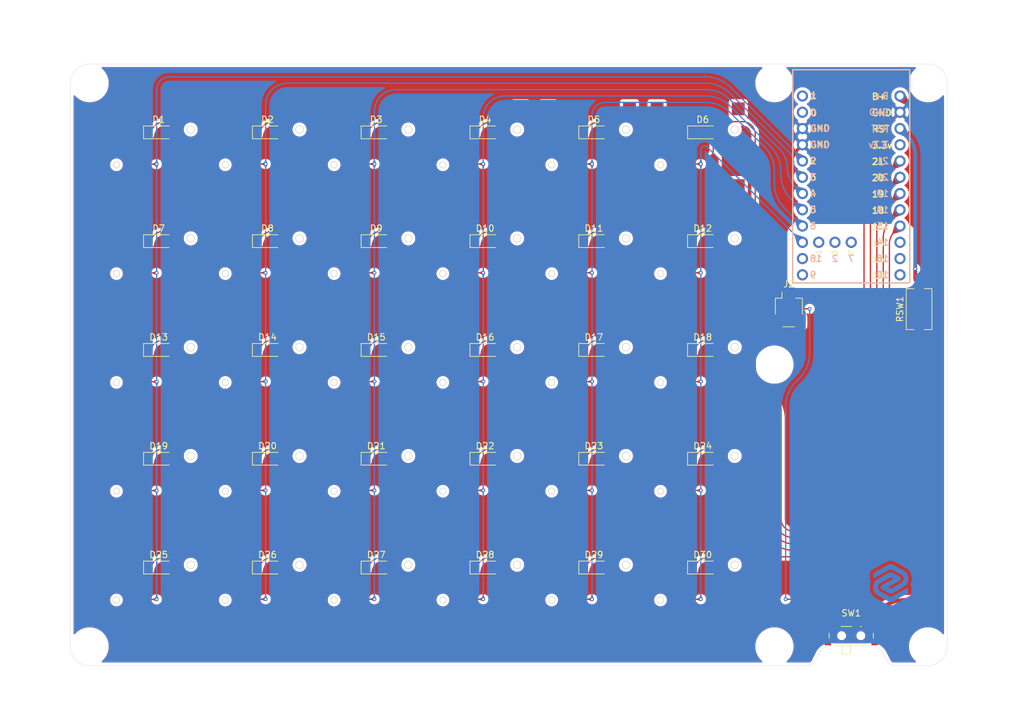
<source format=kicad_pcb>
(kicad_pcb (version 20240108) (generator "pcbnew") (generator_version "8.0")
  (layers (0 "F.Cu" mixed) (31 "B.Cu" signal) (34 "B.Paste" user) (35 "F.Paste" user) (36 "B.SilkS" user "B.Silkscreen") (37 "F.SilkS" user "F.Silkscreen") (38 "B.Mask" user) (39 "F.Mask" user) (44 "Edge.Cuts" user))
  (net 0 "")
  (net 1 "row-0L")
  (net 2 "Net-(D1-A)")
  (net 3 "Net-(D2-A)")
  (net 4 "Net-(D3-A)")
  (net 5 "Net-(D4-A)")
  (net 6 "Net-(D5-A)")
  (net 7 "Net-(D6-A)")
  (net 8 "Net-(D7-A)")
  (net 9 "row-1L")
  (net 10 "Net-(D8-A)")
  (net 11 "Net-(D9-A)")
  (net 12 "Net-(D10-A)")
  (net 13 "Net-(D11-A)")
  (net 14 "Net-(D12-A)")
  (net 15 "row-2L")
  (net 16 "Net-(D13-A)")
  (net 17 "Net-(D14-A)")
  (net 18 "Net-(D15-A)")
  (net 19 "Net-(D16-A)")
  (net 20 "Net-(D17-A)")
  (net 21 "Net-(D18-A)")
  (net 22 "Net-(D19-A)")
  (net 23 "row-3L")
  (net 24 "Net-(D20-A)")
  (net 25 "Net-(D21-A)")
  (net 26 "Net-(D22-A)")
  (net 27 "Net-(D23-A)")
  (net 28 "Net-(D24-A)")
  (net 29 "Net-(D25-A)")
  (net 30 "row-4L")
  (net 31 "Net-(D26-A)")
  (net 32 "Net-(D27-A)")
  (net 33 "Net-(D28-A)")
  (net 34 "Net-(D29-A)")
  (net 35 "Net-(D30-A)")
  (net 36 "col-0L")
  (net 37 "col-1L")
  (net 38 "col-2L")
  (net 39 "col-3L")
  (net 40 "col-4L")
  (net 41 "col-5L")
  (net 46 "RAW")
  (net 47 "+BATT")
  (net 53 "GND")
  (net 56 "RESET")
  (net 57 "VCC")
  (footprint "Bayleaf:CPG1316S01D02_mikeholscher" (layer "F.Cu") (at 64 64)
    (property "Reference" "S22" (hide yes))
    (property "Value" "Keyswitch" (hide yes))
    (fp_circle (center -5.8 2.75) (end -5.3 2.75) (stroke (width 0.1)) (fill none) (layer "Edge.Cuts"))
    (fp_circle (center 5.8 -2.75) (end 6.4 -2.75) (stroke (width 0.1)) (fill none) (layer "Edge.Cuts"))
  )
  (footprint "Bayleaf:CPG1316S01D02_mikeholscher" (layer "F.Cu") (at 81 47)
    (property "Reference" "S17" (hide yes))
    (property "Value" "Keyswitch" (hide yes))
    (fp_circle (center -5.8 2.75) (end -5.3 2.75) (stroke (width 0.1)) (fill none) (layer "Edge.Cuts"))
    (fp_circle (center 5.8 -2.75) (end 6.4 -2.75) (stroke (width 0.1)) (fill none) (layer "Edge.Cuts"))
  )
  (footprint "MountingHole:MountingHole_2.2mm_M2" (layer "F.Cu") (at 3 91)
    (property "Reference" "H4" (hide yes))
    (property "Value" "MountingHole")
  )
  (footprint "Diode_SMD:D_SOD-123" (layer "F.Cu") (at 13.789982 61.678328)
    (property "Reference" "D19")
    (property "Value" "1N4148W")
  )
  (footprint "Diode_SMD:D_SOD-123" (layer "F.Cu") (at 81.789982 61.678328)
    (property "Reference" "D23")
    (property "Value" "1N4148W")
  )
  (footprint "Diode_SMD:D_SOD-123" (layer "F.Cu") (at 98.789982 27.678328)
    (property "Reference" "D12")
    (property "Value" "1N4148W")
  )
  (footprint "MountingHole:MountingHole_2.2mm_M2" (layer "F.Cu") (at 110 91)
    (property "Reference" "H5" (hide yes))
    (property "Value" "MountingHole")
  )
  (footprint "Bayleaf:CPG1316S01D02_mikeholscher" (layer "F.Cu") (at 30 81)
    (property "Reference" "S26" (hide yes))
    (property "Value" "Keyswitch" (hide yes))
    (fp_circle (center -5.8 2.75) (end -5.3 2.75) (stroke (width 0.1)) (fill none) (layer "Edge.Cuts"))
    (fp_circle (center 5.8 -2.75) (end 6.4 -2.75) (stroke (width 0.1)) (fill none) (layer "Edge.Cuts"))
  )
  (footprint "Bayleaf:CPG1316S01D02_mikeholscher" (layer "F.Cu") (at 47 30)
    (property "Reference" "S9" (hide yes))
    (property "Value" "Keyswitch" (hide yes))
    (fp_circle (center -5.8 2.75) (end -5.3 2.75) (stroke (width 0.1)) (fill none) (layer "Edge.Cuts"))
    (fp_circle (center 5.8 -2.75) (end 6.4 -2.75) (stroke (width 0.1)) (fill none) (layer "Edge.Cuts"))
  )
  (footprint "Bayleaf:CPG1316S01D02_mikeholscher" (layer "F.Cu") (at 64 13)
    (property "Reference" "S4" (hide yes))
    (property "Value" "Keyswitch" (hide yes))
    (fp_circle (center -5.8 2.75) (end -5.3 2.75) (stroke (width 0.1)) (fill none) (layer "Edge.Cuts"))
    (fp_circle (center 5.8 -2.75) (end 6.4 -2.75) (stroke (width 0.1)) (fill none) (layer "Edge.Cuts"))
  )
  (footprint "Button_Switch_SMD:SW_SPDT_PCM12" (layer "F.Cu") (at 122 89)
    (property "Reference" "SW1")
    (property "Value" "SW_SPDT")
  )
  (footprint "Diode_SMD:D_SOD-123" (layer "F.Cu") (at 81.789982 44.678328)
    (property "Reference" "D17")
    (property "Value" "1N4148W")
  )
  (footprint "Bayleaf:CPG1316S01D02_mikeholscher" (layer "F.Cu") (at 81 13)
    (property "Reference" "S5" (hide yes))
    (property "Value" "Keyswitch" (hide yes))
    (fp_circle (center -5.8 2.75) (end -5.3 2.75) (stroke (width 0.1)) (fill none) (layer "Edge.Cuts"))
    (fp_circle (center 5.8 -2.75) (end 6.4 -2.75) (stroke (width 0.1)) (fill none) (layer "Edge.Cuts"))
  )
  (footprint "Bayleaf:CPG1316S01D02_mikeholscher" (layer "F.Cu") (at 98 81)
    (property "Reference" "S30" (hide yes))
    (property "Value" "Keyswitch" (hide yes))
    (fp_circle (center -5.8 2.75) (end -5.3 2.75) (stroke (width 0.1)) (fill none) (layer "Edge.Cuts"))
    (fp_circle (center 5.8 -2.75) (end 6.4 -2.75) (stroke (width 0.1)) (fill none) (layer "Edge.Cuts"))
  )
  (footprint "MountingHole:MountingHole_2.2mm_M2" (layer "F.Cu") (at 134 3)
    (property "Reference" "H3" (hide yes))
    (property "Value" "MountingHole")
  )
  (footprint "Bayleaf:CPG1316S01D02_mikeholscher" (layer "F.Cu") (at 13 81)
    (property "Reference" "S25" (hide yes))
    (property "Value" "Keyswitch" (hide yes))
    (fp_circle (center -5.8 2.75) (end -5.3 2.75) (stroke (width 0.1)) (fill none) (layer "Edge.Cuts"))
    (fp_circle (center 5.8 -2.75) (end 6.4 -2.75) (stroke (width 0.1)) (fill none) (layer "Edge.Cuts"))
  )
  (footprint "Bayleaf:CPG1316S01D02_mikeholscher" (layer "F.Cu") (at 98 47)
    (property "Reference" "S18" (hide yes))
    (property "Value" "Keyswitch" (hide yes))
    (fp_circle (center -5.8 2.75) (end -5.3 2.75) (stroke (width 0.1)) (fill none) (layer "Edge.Cuts"))
    (fp_circle (center 5.8 -2.75) (end 6.4 -2.75) (stroke (width 0.1)) (fill none) (layer "Edge.Cuts"))
  )
  (footprint "Diode_SMD:D_SOD-123" (layer "F.Cu") (at 81.789982 78.678328)
    (property "Reference" "D29")
    (property "Value" "1N4148W")
  )
  (footprint "Diode_SMD:D_SOD-123" (layer "F.Cu") (at 64.789982 27.678328)
    (property "Reference" "D10")
    (property "Value" "1N4148W")
  )
  (footprint "Bayleaf:CPG1316S01D02_mikeholscher" (layer "F.Cu") (at 81 64)
    (property "Reference" "S23" (hide yes))
    (property "Value" "Keyswitch" (hide yes))
    (fp_circle (center -5.8 2.75) (end -5.3 2.75) (stroke (width 0.1)) (fill none) (layer "Edge.Cuts"))
    (fp_circle (center 5.8 -2.75) (end 6.4 -2.75) (stroke (width 0.1)) (fill none) (layer "Edge.Cuts"))
  )
  (footprint "Bayleaf:CPG1316S01D02_mikeholscher" (layer "F.Cu") (at 30 64)
    (property "Reference" "S20" (hide yes))
    (property "Value" "Keyswitch" (hide yes))
    (fp_circle (center -5.8 2.75) (end -5.3 2.75) (stroke (width 0.1)) (fill none) (layer "Edge.Cuts"))
    (fp_circle (center 5.8 -2.75) (end 6.4 -2.75) (stroke (width 0.1)) (fill none) (layer "Edge.Cuts"))
  )
  (footprint "Bayleaf:CPG1316S01D02_mikeholscher" (layer "F.Cu") (at 30 30)
    (property "Reference" "S8" (hide yes))
    (property "Value" "Keyswitch" (hide yes))
    (fp_circle (center -5.8 2.75) (end -5.3 2.75) (stroke (width 0.1)) (fill none) (layer "Edge.Cuts"))
    (fp_circle (center 5.8 -2.75) (end 6.4 -2.75) (stroke (width 0.1)) (fill none) (layer "Edge.Cuts"))
  )
  (footprint "Diode_SMD:D_SOD-123" (layer "F.Cu") (at 47.789982 27.678328)
    (property "Reference" "D9")
    (property "Value" "1N4148W")
  )
  (footprint "Diode_SMD:D_SOD-123" (layer "F.Cu") (at 30.789982 27.678328)
    (property "Reference" "D8")
    (property "Value" "1N4148W")
  )
  (footprint "Diode_SMD:D_SOD-123" (layer "F.Cu") (at 47.789982 10.678328)
    (property "Reference" "D3")
    (property "Value" "1N4148W")
  )
  (footprint "Bayleaf:CPG1316S01D02_mikeholscher" (layer "F.Cu") (at 64 81)
    (property "Reference" "S28" (hide yes))
    (property "Value" "Keyswitch" (hide yes))
    (fp_circle (center -5.8 2.75) (end -5.3 2.75) (stroke (width 0.1)) (fill none) (layer "Edge.Cuts"))
    (fp_circle (center 5.8 -2.75) (end 6.4 -2.75) (stroke (width 0.1)) (fill none) (layer "Edge.Cuts"))
  )
  (footprint "Diode_SMD:D_SOD-123" (layer "F.Cu") (at 64.789982 78.678328)
    (property "Reference" "D28")
    (property "Value" "1N4148W")
  )
  (footprint "Diode_SMD:D_SOD-123" (layer "F.Cu") (at 64.789982 10.678328)
    (property "Reference" "D4")
    (property "Value" "1N4148W")
  )
  (footprint "Diode_SMD:D_SOD-123" (layer "F.Cu") (at 13.789982 44.678328)
    (property "Reference" "D13")
    (property "Value" "1N4148W")
  )
  (footprint "MountingHole:MountingHole_2.2mm_M2" (layer "F.Cu") (at 134 91)
    (property "Reference" "H6" (hide yes))
    (property "Value" "MountingHole")
  )
  (footprint "Diode_SMD:D_SOD-123" (layer "F.Cu") (at 64.789982 44.678328)
    (property "Reference" "D16")
    (property "Value" "1N4148W")
  )
  (footprint "Diode_SMD:D_SOD-123" (layer "F.Cu") (at 13.789982 78.678328)
    (property "Reference" "D25")
    (property "Value" "1N4148W")
  )
  (footprint "ScottoKeebs_MCU:Nice_Nano_V2" (layer "F.Cu") (at 122 18.69)
    (property "Reference" "U1" (hide yes))
    (property "Value" "Nice_Nano_V2" (hide yes))
  )
  (footprint "Diode_SMD:D_SOD-123" (layer "F.Cu") (at 98.789982 78.678328)
    (property "Reference" "D30")
    (property "Value" "1N4148W")
  )
  (footprint "Bayleaf:CPG1316S01D02_mikeholscher" (layer "F.Cu") (at 98 30)
    (property "Reference" "S12" (hide yes))
    (property "Value" "Keyswitch" (hide yes))
    (fp_circle (center -5.8 2.75) (end -5.3 2.75) (stroke (width 0.1)) (fill none) (layer "Edge.Cuts"))
    (fp_circle (center 5.8 -2.75) (end 6.4 -2.75) (stroke (width 0.1)) (fill none) (layer "Edge.Cuts"))
  )
  (footprint "Bayleaf:CPG1316S01D02_mikeholscher" (layer "F.Cu") (at 64 47)
    (property "Reference" "S16" (hide yes))
    (property "Value" "Keyswitch" (hide yes))
    (fp_circle (center -5.8 2.75) (end -5.3 2.75) (stroke (width 0.1)) (fill none) (layer "Edge.Cuts"))
    (fp_circle (center 5.8 -2.75) (end 6.4 -2.75) (stroke (width 0.1)) (fill none) (layer "Edge.Cuts"))
  )
  (footprint "Bayleaf:CPG1316S01D02_mikeholscher" (layer "F.Cu") (at 81 81)
    (property "Reference" "S29" (hide yes))
    (property "Value" "Keyswitch" (hide yes))
    (fp_circle (center -5.8 2.75) (end -5.3 2.75) (stroke (width 0.1)) (fill none) (layer "Edge.Cuts"))
    (fp_circle (center 5.8 -2.75) (end 6.4 -2.75) (stroke (width 0.1)) (fill none) (layer "Edge.Cuts"))
  )
  (footprint "Diode_SMD:D_SOD-123" (layer "F.Cu") (at 30.789982 44.678328)
    (property "Reference" "D14")
    (property "Value" "1N4148W")
  )
  (footprint "Bayleaf:CPG1316S01D02_mikeholscher" (layer "F.Cu") (at 81 30)
    (property "Reference" "S11" (hide yes))
    (property "Value" "Keyswitch" (hide yes))
    (fp_circle (center -5.8 2.75) (end -5.3 2.75) (stroke (width 0.1)) (fill none) (layer "Edge.Cuts"))
    (fp_circle (center 5.8 -2.75) (end 6.4 -2.75) (stroke (width 0.1)) (fill none) (layer "Edge.Cuts"))
  )
  (footprint "Diode_SMD:D_SOD-123" (layer "F.Cu") (at 30.789982 78.678328)
    (property "Reference" "D26")
    (property "Value" "1N4148W")
  )
  (footprint "Bayleaf:CPG1316S01D02_mikeholscher" (layer "F.Cu") (at 30 13)
    (property "Reference" "S2" (hide yes))
    (property "Value" "Keyswitch" (hide yes))
    (fp_circle (center -5.8 2.75) (end -5.3 2.75) (stroke (width 0.1)) (fill none) (layer "Edge.Cuts"))
    (fp_circle (center 5.8 -2.75) (end 6.4 -2.75) (stroke (width 0.1)) (fill none) (layer "Edge.Cuts"))
  )
  (footprint "Button_Switch_SMD:SW_Tactile_SPST_NO_Straight_CK_PTS636Sx25SMTRLFS" (layer "F.Cu") (at 132.6 38.3 90)
    (property "Reference" "RSW1")
    (property "Value" "SW_RST")
  )
  (footprint "Diode_SMD:D_SOD-123" (layer "F.Cu") (at 30.789982 61.678328)
    (property "Reference" "D20")
    (property "Value" "1N4148W")
  )
  (footprint "Bayleaf:CPG1316S01D02_mikeholscher" (layer "F.Cu") (at 47 64)
    (property "Reference" "S21" (hide yes))
    (property "Value" "Keyswitch" (hide yes))
    (fp_circle (center -5.8 2.75) (end -5.3 2.75) (stroke (width 0.1)) (fill none) (layer "Edge.Cuts"))
    (fp_circle (center 5.8 -2.75) (end 6.4 -2.75) (stroke (width 0.1)) (fill none) (layer "Edge.Cuts"))
  )
  (footprint "MountingHole:MountingHole_2.2mm_M2" (layer "F.Cu") (at 110 3)
    (property "Reference" "H2" (hide yes))
    (property "Value" "MountingHole")
  )
  (footprint "Bayleaf:CPG1316S01D02_mikeholscher" (layer "F.Cu") (at 13 64)
    (property "Reference" "S19" (hide yes))
    (property "Value" "Keyswitch" (hide yes))
    (fp_circle (center -5.8 2.75) (end -5.3 2.75) (stroke (width 0.1)) (fill none) (layer "Edge.Cuts"))
    (fp_circle (center 5.8 -2.75) (end 6.4 -2.75) (stroke (width 0.1)) (fill none) (layer "Edge.Cuts"))
  )
  (footprint "Diode_SMD:D_SOD-123" (layer "F.Cu") (at 64.789982 61.678328)
    (property "Reference" "D22")
    (property "Value" "1N4148W")
  )
  (footprint "Diode_SMD:D_SOD-123" (layer "F.Cu") (at 81.789982 10.678328)
    (property "Reference" "D5")
    (property "Value" "1N4148W")
  )
  (footprint "MountingHole:MountingHole_2.2mm_M2" (layer "F.Cu") (at 110 47)
    (property "Reference" "H7" (hide yes))
    (property "Value" "MountingHole")
  )
  (footprint "Diode_SMD:D_SOD-123" (layer "F.Cu") (at 30.789982 10.678328)
    (property "Reference" "D2")
    (property "Value" "1N4148W")
  )
  (footprint "Bayleaf:CPG1316S01D02_mikeholscher" (layer "F.Cu") (at 13 13)
    (property "Reference" "S1" (hide yes))
    (property "Value" "Keyswitch" (hide yes))
    (fp_circle (center -5.8 2.75) (end -5.3 2.75) (stroke (width 0.1)) (fill none) (layer "Edge.Cuts"))
    (fp_circle (center 5.8 -2.75) (end 6.4 -2.75) (stroke (width 0.1)) (fill none) (layer "Edge.Cuts"))
  )
  (footprint "Bayleaf:CPG1316S01D02_mikeholscher" (layer "F.Cu") (at 30 47)
    (property "Reference" "S14" (hide yes))
    (property "Value" "Keyswitch" (hide yes))
    (fp_circle (center -5.8 2.75) (end -5.3 2.75) (stroke (width 0.1)) (fill none) (layer "Edge.Cuts"))
    (fp_circle (center 5.8 -2.75) (end 6.4 -2.75) (stroke (width 0.1)) (fill none) (layer "Edge.Cuts"))
  )
  (footprint "Connector_JST:JST_SH_SM02B-SRSS-TB_1x02-1MP_P1.00mm_Horizontal" (layer "F.Cu") (at 112.25 38.375)
    (property "Reference" "J2")
    (property "Value" "Conn_01x02_Socket")
  )
  (footprint "Diode_SMD:D_SOD-123" (layer "F.Cu") (at 98.789982 10.678328)
    (property "Reference" "D6")
    (property "Value" "1N4148W")
  )
  (footprint "Bayleaf:CPG1316S01D02_mikeholscher" (layer "F.Cu") (at 13 47)
    (property "Reference" "S13" (hide yes))
    (property "Value" "Keyswitch" (hide yes))
    (fp_circle (center -5.8 2.75) (end -5.3 2.75) (stroke (width 0.1)) (fill none) (layer "Edge.Cuts"))
    (fp_circle (center 5.8 -2.75) (end 6.4 -2.75) (stroke (width 0.1)) (fill none) (layer "Edge.Cuts"))
  )
  (footprint "Diode_SMD:D_SOD-123" (layer "F.Cu") (at 98.789982 44.678328)
    (property "Reference" "D18")
    (property "Value" "1N4148W")
  )
  (footprint "Bayleaf:CPG1316S01D02_mikeholscher" (layer "F.Cu") (at 98 13)
    (property "Reference" "S6" (hide yes))
    (property "Value" "Keyswitch" (hide yes))
    (fp_circle (center -5.8 2.75) (end -5.3 2.75) (stroke (width 0.1)) (fill none) (layer "Edge.Cuts"))
    (fp_circle (center 5.8 -2.75) (end 6.4 -2.75) (stroke (width 0.1)) (fill none) (layer "Edge.Cuts"))
  )
  (footprint "Bayleaf:CPG1316S01D02_mikeholscher" (layer "F.Cu") (at 47 47)
    (property "Reference" "S15" (hide yes))
    (property "Value" "Keyswitch" (hide yes))
    (fp_circle (center -5.8 2.75) (end -5.3 2.75) (stroke (width 0.1)) (fill none) (layer "Edge.Cuts"))
    (fp_circle (center 5.8 -2.75) (end 6.4 -2.75) (stroke (width 0.1)) (fill none) (layer "Edge.Cuts"))
  )
  (footprint "Diode_SMD:D_SOD-123" (layer "F.Cu") (at 47.789982 44.678328)
    (property "Reference" "D15")
    (property "Value" "1N4148W")
  )
  (footprint "Bayleaf:CPG1316S01D02_mikeholscher" (layer "F.Cu") (at 64 30)
    (property "Reference" "S10" (hide yes))
    (property "Value" "Keyswitch" (hide yes))
    (fp_circle (center -5.8 2.75) (end -5.3 2.75) (stroke (width 0.1)) (fill none) (layer "Edge.Cuts"))
    (fp_circle (center 5.8 -2.75) (end 6.4 -2.75) (stroke (width 0.1)) (fill none) (layer "Edge.Cuts"))
  )
  (footprint "Diode_SMD:D_SOD-123" (layer "F.Cu") (at 13.789982 27.678328)
    (property "Reference" "D7")
    (property "Value" "1N4148W")
  )
  (footprint "MountingHole:MountingHole_2.2mm_M2" (layer "F.Cu") (at 3 3)
    (property "Reference" "H1" (hide yes))
    (property "Value" "MountingHole")
  )
  (footprint "Diode_SMD:D_SOD-123" (layer "F.Cu") (at 13.789982 10.678328)
    (property "Reference" "D1")
    (property "Value" "1N4148W")
  )
  (footprint "Diode_SMD:D_SOD-123" (layer "F.Cu") (at 47.789982 78.678328)
    (property "Reference" "D27")
    (property "Value" "1N4148W")
  )
  (footprint "Diode_SMD:D_SOD-123" (layer "F.Cu") (at 81.789982 27.678328)
    (property "Reference" "D11")
    (property "Value" "1N4148W")
  )
  (footprint "Bayleaf:CPG1316S01D02_mikeholscher" (layer "F.Cu") (at 47 13)
    (property "Reference" "S3" (hide yes))
    (property "Value" "Keyswitch" (hide yes))
    (fp_circle (center -5.8 2.75) (end -5.3 2.75) (stroke (width 0.1)) (fill none) (layer "Edge.Cuts"))
    (fp_circle (center 5.8 -2.75) (end 6.4 -2.75) (stroke (width 0.1)) (fill none) (layer "Edge.Cuts"))
  )
  (footprint "Diode_SMD:D_SOD-123" (layer "F.Cu") (at 47.789982 61.678328)
    (property "Reference" "D21")
    (property "Value" "1N4148W")
  )
  (footprint "Bayleaf:CPG1316S01D02_mikeholscher" (layer "F.Cu") (at 13 30)
    (property "Reference" "S7" (hide yes))
    (property "Value" "Keyswitch" (hide yes))
    (fp_circle (center -5.8 2.75) (end -5.3 2.75) (stroke (width 0.1)) (fill none) (layer "Edge.Cuts"))
    (fp_circle (center 5.8 -2.75) (end 6.4 -2.75) (stroke (width 0.1)) (fill none) (layer "Edge.Cuts"))
  )
  (footprint "Bayleaf:CPG1316S01D02_mikeholscher" (layer "F.Cu") (at 98 64)
    (property "Reference" "S24" (hide yes))
    (property "Value" "Keyswitch" (hide yes))
    (fp_circle (center -5.8 2.75) (end -5.3 2.75) (stroke (width 0.1)) (fill none) (layer "Edge.Cuts"))
    (fp_circle (center 5.8 -2.75) (end 6.4 -2.75) (stroke (width 0.1)) (fill none) (layer "Edge.Cuts"))
  )
  (footprint "Bayleaf:CPG1316S01D02_mikeholscher" (layer "F.Cu") (at 47 81)
    (property "Reference" "S27" (hide yes))
    (property "Value" "Keyswitch" (hide yes))
    (fp_circle (center -5.8 2.75) (end -5.3 2.75) (stroke (width 0.1)) (fill none) (layer "Edge.Cuts"))
    (fp_circle (center 5.8 -2.75) (end 6.4 -2.75) (stroke (width 0.1)) (fill none) (layer "Edge.Cuts"))
  )
  (footprint "Diode_SMD:D_SOD-123" (layer "F.Cu") (at 98.789982 61.678328)
    (property "Reference" "D24")
    (property "Value" "1N4148W")
  )
  (gr_poly (pts (xy 117.506884 63.15481) (xy 117.529518 63.15574) (xy 117.552028 63.15729) (xy 117.574414 63.15946) (xy 117.596677 63.162251) (xy 117.618815 63.165662) (xy 117.640829 63.169692) (xy 117.662719 63.174343) (xy 117.684485 63.179614) (xy 117.706127 63.185505) (xy 117.727645 63.192017) (xy 117.749039 63.199148) (xy 117.770309 63.206899) (xy 117.791455 63.215271) (xy 117.812477 63.224263) (xy 117.833375 63.233874) (xy 120.19875 64.5515) (xy 120.19875 65.432562) (xy 117.746063 64.07525) (xy 117.730157 64.066599) (xy 117.714189 64.058506) (xy 117.698159 64.050972) (xy 117.682067 64.043996) (xy 117.665913 64.037577) (xy 117.649697 64.031717) (xy 117.633418 64.026415) (xy 117.617078 64.021671) (xy 117.600676 64.017486) (xy 117.584212 64.013858) (xy 117.567686 64.010788) (xy 117.551098 64.008277) (xy 117.534448 64.006324) (xy 117.517736 64.004928) (xy 117.500961 64.004091) (xy 117.484125 64.003812) (xy 117.466359 64.004091) (xy 117.448779 64.004928) (xy 117.431384 64.006324) (xy 117.414176 64.008277) (xy 117.397154 64.010788) (xy 117.380318 64.013858) (xy 117.363667 64.017486) (xy 117.347203 64.021671) (xy 117.330925 64.026415) (xy 117.314833 64.031717) (xy 117.298927 64.037577) (xy 117.283207 64.043996) (xy 117.267673 64.050972) (xy 117.252325 64.058506) (xy 117.237164 64.066599) (xy 117.222188 64.07525) (xy 115.864877 64.821375) (xy 115.842366 64.834521) (xy 115.820476 64.848164) (xy 115.799206 64.862302) (xy 115.778556 64.876937) (xy 115.758527 64.892068) (xy 115.739117 64.907695) (xy 115.720327 64.923818) (xy 115.702158 64.940437) (xy 115.684609 64.957552) (xy 115.667679 64.975164) (xy 115.65137 64.993271) (xy 115.635681 65.011875) (xy 115.620612 65.030974) (xy 115.606164 65.05057) (xy 115.592335 65.070662) (xy 115.579127 65.09125) (xy 115.567592 65.11131) (xy 115.556802 65.131805) (xy 115.546757 65.152734) (xy 115.537455 65.174097) (xy 115.528897 65.195894) (xy 115.521084 65.218126) (xy 115.514014 65.240791) (xy 115.507689 65.26389) (xy 115.502108 65.287424) (xy 115.497271 65.311391) (xy 115.493178 65.335793) (xy 115.48983 65.360628) (xy 115.487225 65.385898) (xy 115.485365 65.411602) (xy 115.484249 65.43774) (xy 115.483877 65.464312) (xy 115.484249 65.489954) (xy 115.485365 65.515286) (xy 115.487225 65.540307) (xy 115.48983 65.565019) (xy 115.493178 65.589421) (xy 115.497271 65.613512) (xy 115.502108 65.637294) (xy 115.507689 65.660765) (xy 115.514014 65.683926) (xy 115.521084 65.706778) (xy 115.528897 65.729319) (xy 115.537455 65.75155) (xy 115.546757 65.773471) (xy 115.556802 65.795082) (xy 115.567592 65.816383) (xy 115.579127 65.837374) (xy 115.592335 65.857931) (xy 115.606164 65.87793) (xy 115.620612 65.897371) (xy 115.635681 65.916253) (xy 115.65137 65.934578) (xy 115.667679 65.952344) (xy 115.684609 65.969553) (xy 115.702158 65.986203) (xy 115.720327 66.002295) (xy 115.739117 66.017829) (xy 115.758527 66.032805) (xy 115.778556 66.047222) (xy 115.799206 66.061082) (xy 115.820476 66.074383) (xy 115.842366 66.087127) (xy 115.864877 66.099312) (xy 117.46825 66.988312) (xy 117.470235 66.989242) (xy 117.472219 66.990048) (xy 117.474203 66.99073) (xy 117.476188 66.991288) (xy 117.478172 66.991723) (xy 117.480156 66.992033) (xy 117.482141 66.992219) (xy 117.484125 66.992281) (xy 117.48611 66.992219) (xy 117.488094 66.992033) (xy 117.490078 66.991723) (xy 117.492063 66.991288) (xy 117.494047 66.99073) (xy 117.496031 66.990048) (xy 117.498016 66.989242) (xy 117.5 66.988312) (xy 117.841313 66.789874) (xy 117.84925 66.789874) (xy 117.849281 66.788882) (xy 117.849374 66.78789) (xy 117.849529 66.786898) (xy 117.849746 66.785906) (xy 117.850025 66.784914) (xy 117.850366 66.783921) (xy 117.850769 66.782929) (xy 117.851234 66.781937) (xy 117.851762 66.780945) (xy 117.852351 66.779953) (xy 117.853002 66.77896) (xy 117.853715 66.777968) (xy 117.85449 66.776976) (xy 117.855327 66.775984) (xy 117.856226 66.774992) (xy 117.857188 66.773999) (xy 117.856699 66.773992) (xy 117.856226 66.773968) (xy 117.855769 66.77393) (xy 117.855327 66.773875) (xy 117.854901 66.773806) (xy 117.85449 66.77372) (xy 117.854095 66.77362) (xy 117.853715 66.773503) (xy 117.853351 66.773372) (xy 117.853002 66.773224) (xy 117.852669 66.773062) (xy 117.852351 66.772883) (xy 117.852048 66.772689) (xy 117.851762 66.77248) (xy 117.85149 66.772255) (xy 117.851234 66.772015) (xy 117.850994 66.771759) (xy 117.850769 66.771488) (xy 117.85056 66.771201) (xy 117.850366 66.770899) (xy 117.850188 66.770581) (xy 117.850025 66.770248) (xy 117.849878 66.769899) (xy 117.849746 66.769535) (xy 117.84963 66.769155) (xy 117.849529 66.76876) (xy 117.849444 66.768349) (xy 117.849374 66.767922) (xy 117.84932 66.76748) (xy 117.849281 66.767023) (xy 117.849258 66.76655) (xy 117.84925 66.766062) (xy 117.849242 66.765574) (xy 117.849219 66.765101) (xy 117.84918 66.764643) (xy 117.849126 66.764202) (xy 117.849056 66.763775) (xy 117.848971 66.763364) (xy 117.84887 66.762969) (xy 117.848754 66.762589) (xy 117.848622 66.762225) (xy 117.848475 66.761876) (xy 117.848312 66.761543) (xy 117.848134 66.761225) (xy 117.84794 66.760923) (xy 117.847731 66.760636) (xy 117.847506 66.760365) (xy 117.847266 66.760109) (xy 117.84701 66.759869) (xy 117.846739 66.759644) (xy 117.846452 66.759435) (xy 117.84615 66.759241) (xy 117.845832 66.759062) (xy 117.845498 66.7589) (xy 117.84515 66.758752) (xy 117.844785 66.758621) (xy 117.844406 66.758504) (xy 117.84401 66.758404) (xy 117.843599 66.758318) (xy 117.843173 66.758249) (xy 117.842731 66.758194) (xy 117.842274 66.758155) (xy 117.841801 66.758132) (xy 117.841313 66.758124) (xy 116.087125 65.78975) (xy 116.075405 65.783184) (xy 116.064057 65.776386) (xy 116.053081 65.769355) (xy 116.042477 65.762092) (xy 116.032245 65.754597) (xy 116.022386 65.746868) (xy 116.012898 65.738908) (xy 116.003782 65.730714) (xy 115.995039 65.722289) (xy 115.986667 65.71363) (xy 115.978668 65.704739) (xy 115.97104 65.695616) (xy 115.963785 65.68626) (xy 115.956902 65.676671) (xy 115.950391 65.66685) (xy 115.944251 65.656796) (xy 115.938484 65.64651) (xy 115.933089 65.635992) (xy 115.928066 65.62524) (xy 115.923416 65.614256) (xy 115.919137 65.60304) (xy 115.91523 65.591591) (xy 115.911695 65.57991) (xy 115.908533 65.567996) (xy 115.905742 65.555849) (xy 115.903324 65.54347) (xy 115.901278 65.530858) (xy 115.899603 65.518014) (xy 115.898301 65.504937) (xy 115.897371 65.491628) (xy 115.896627 65.464312) (xy 115.896441 65.436996) (xy 115.897867 65.41061) (xy 115.900905 65.385154) (xy 115.905556 65.360629) (xy 115.911819 65.337033) (xy 115.919695 65.314368) (xy 115.929183 65.292633) (xy 115.940283 65.271828) (xy 115.952995 65.251953) (xy 115.96732 65.233008) (xy 115.983257 65.214994) (xy 116.000806 65.19791) (xy 116.019967 65.181756) (xy 116.040741 65.166532) (xy 116.063127 65.152238) (xy 116.087125 65.138874) (xy 117.269813 64.472125) (xy 117.282742 64.466358) (xy 117.295734 64.460962) (xy 117.308787 64.45594) (xy 117.321903 64.451289) (xy 117.33508 64.44701) (xy 117.34832 64.443103) (xy 117.361621 64.439568) (xy 117.374985 64.436406) (xy 117.38841 64.433615) (xy 117.401898 64.431197) (xy 117.415447 64.429151) (xy 117.429059 64.427476) (xy 117.442732 64.426174) (xy 117.456468 64.425244) (xy 117.470266 64.424686) (xy 117.484125 64.4245) (xy 117.497024 64.424686) (xy 117.509922 64.425244) (xy 117.522821 64.426174) (xy 117.535719 64.427476) (xy 117.548617 64.429151) (xy 117.561516 64.431197) (xy 117.574414 64.433615) (xy 117.587313 64.436406) (xy 117.600211 64.439568) (xy 117.61311 64.443103) (xy 117.626008 64.44701) (xy 117.638906 64.451289) (xy 117.651805 64.45594) (xy 117.664703 64.460962) (xy 117.677602 64.466358) (xy 117.6905 64.472125) (xy 119.4685 65.464312) (xy 119.516342 65.491566) (xy 119.562634 65.51975) (xy 119.607375 65.548865) (xy 119.650566 65.57891) (xy 119.692207 65.609884) (xy 119.732298 65.64179) (xy 119.770838 65.674625) (xy 119.807828 65.70839) (xy 119.843268 65.743086) (xy 119.877157 65.778711) (xy 119.909496 65.815267) (xy 119.940285 65.852753) (xy 119.969524 65.89117) (xy 119.997212 65.930516) (xy 120.02335 65.970793) (xy 120.047938 66.012) (xy 120.071967 66.054074) (xy 120.094447 66.096956) (xy 120.115376 66.140643) (xy 120.134754 66.185136) (xy 120.152583 66.230436) (xy 120.168861 66.276542) (xy 120.183589 66.323453) (xy 120.196766 66.371171) (xy 120.208393 66.419696) (xy 120.21847 66.469026) (xy 120.226997 66.519162) (xy 120.233973 66.570105) (xy 120.239399 66.621854) (xy 120.243275 66.674409) (xy 120.2456 66.72777) (xy 120.246375 66.781937) (xy 120.2456 66.836104) (xy 120.243275 66.889465) (xy 120.239399 66.94202) (xy 120.233973 66.993769) (xy 120.226997 67.044712) (xy 120.21847 67.094848) (xy 120.208393 67.144178) (xy 120.196766 67.192703) (xy 120.183589 67.240421) (xy 120.168861 67.287332) (xy 120.152583 67.333438) (xy 120.134754 67.378738) (xy 120.115376 67.423231) (xy 120.094447 67.466918) (xy 120.071967 67.509799) (xy 120.047938 67.551874) (xy 120.02335 67.59212) (xy 119.997212 67.631497) (xy 119.969524 67.670007) (xy 119.940285 67.707648) (xy 119.909496 67.744421) (xy 119.877157 67.780326) (xy 119.843268 67.815362) (xy 119.807828 67.849531) (xy 119.770838 67.882831) (xy 119.732298 67.915263) (xy 119.692207 67.946827) (xy 119.650566 67.977523) (xy 119.607375 68.007351) (xy 119.562634 68.03631) (xy 119.516342 68.064401) (xy 119.4685 68.091624) (xy 117.833375 69.004437) (xy 117.812477 69.014979) (xy 117.791455 69.024777) (xy 117.770309 69.03383) (xy 117.749039 69.04214) (xy 117.727645 69.049705) (xy 117.706127 69.056527) (xy 117.684485 69.062604) (xy 117.662719 69.067937) (xy 117.640829 69.072526) (xy 117.618815 69.07637) (xy 117.596677 69.079471) (xy 117.574414 69.081827) (xy 117.552028 69.083439) (xy 117.529518 69.084308) (xy 117.506884 69.084432) (xy 117.484125 69.083811) (xy 117.460406 69.083501) (xy 117.436872 69.082571) (xy 117.413525 69.081021) (xy 117.390364 69.078851) (xy 117.367388 69.07606) (xy 117.344599 69.072649) (xy 117.321996 69.068619) (xy 117.299578 69.063968) (xy 117.277347 69.058697) (xy 117.255302 69.052806) (xy 117.233443 69.046295) (xy 117.21177 69.039163) (xy 117.190283 69.031412) (xy 117.168982 69.02304) (xy 117.147867 69.014048) (xy 117.126938 69.004437) (xy 114.769502 67.694749) (xy 114.769502 66.813687) (xy 117.222188 68.163062) (xy 117.237164 68.172674) (xy 117.252325 68.181665) (xy 117.267673 68.190037) (xy 117.283207 68.197788) (xy 117.298927 68.20492) (xy 117.314833 68.211431) (xy 117.330925 68.217322) (xy 117.347203 68.222593) (xy 117.363667 68.227244) (xy 117.380318 68.231275) (xy 117.397154 68.234686) (xy 117.414176 68.237476) (xy 117.431384 68.239646) (xy 117.448779 68.241197) (xy 117.466359 68.242127) (xy 117.484125 68.242437) (xy 117.500961 68.242127) (xy 117.517736 68.241197) (xy 117.534448 68.239646) (xy 117.551098 68.237476) (xy 117.567686 68.234686) (xy 117.584212 68.231275) (xy 117.600676 68.227244) (xy 117.617078 68.222593) (xy 117.633418 68.217322) (xy 117.649697 68.211431) (xy 117.665913 68.20492) (xy 117.682067 68.197788) (xy 117.698159 68.190037) (xy 117.714189 68.181665) (xy 117.730157 68.172674) (xy 117.746063 68.163062) (xy 119.095438 67.416937) (xy 119.117917 67.403821) (xy 119.139714 67.390272) (xy 119.160829 67.376288) (xy 119.181262 67.361871) (xy 119.201013 67.347019) (xy 119.220081 67.331733) (xy 119.238468 67.316013) (xy 119.256172 67.299859) (xy 119.273194 67.283271) (xy 119.289534 67.266248) (xy 119.305192 67.248792) (xy 119.320168 67.230902) (xy 119.334462 67.212577) (xy 119.348073 67.193819) (xy 119.361003 67.174626) (xy 119.37325 67.154999) (xy 119.384784 67.134008) (xy 119.395574 67.112707) (xy 119.40562 67.091096) (xy 119.414922 67.069175) (xy 119.423479 67.046944) (xy 119.431293 67.024403) (xy 119.438362 67.001551) (xy 119.444687 66.97839) (xy 119.450269 66.954919) (xy 119.455105 66.931137) (xy 119.459198 66.907046) (xy 119.462547 66.882644) (xy 119.465151 66.857932) (xy 119.467012 66.832911) (xy 119.468128 66.807579) (xy 119.4685 66.781937) (xy 119.468128 66.755365) (xy 119.467012 66.729227) (xy 119.465151 66.703523) (xy 119.462547 66.678253) (xy 119.459198 66.653418) (xy 119.455105 66.629016) (xy 119.450269 66.605049) (xy 119.444687 66.581515) (xy 119.438362 66.558416) (xy 119.431293 66.535751) (xy 119.423479 66.513519) (xy 119.414922 66.491722) (xy 119.40562 66.470359) (xy 119.395574 66.44943) (xy 119.384784 66.428935) (xy 119.37325 66.408874) (xy 119.361003 66.388287) (xy 119.348073 66.368195) (xy 119.334462 66.348599) (xy 119.320168 66.3295) (xy 119.305192 66.310896) (xy 119.289534 66.292789) (xy 119.273194 66.275177) (xy 119.256172 66.258062) (xy 119.238468 66.241443) (xy 119.220081 66.22532) (xy 119.201013 66.209693) (xy 119.181262 66.194562) (xy 119.160829 66.179927) (xy 119.139714 66.165789) (xy 119.117917 66.152146) (xy 119.095438 66.139) (xy 117.5 65.25) (xy 117.46825 65.25) (xy 117.119 65.448437) (xy 117.118512 65.448445) (xy 117.118039 65.448468) (xy 117.117582 65.448507) (xy 117.11714 65.448561) (xy 117.116714 65.448631) (xy 117.116303 65.448716) (xy 117.115907 65.448817) (xy 117.115528 65.448933) (xy 117.115163 65.449065) (xy 117.114814 65.449212) (xy 117.114481 65.449375) (xy 117.114163 65.449553) (xy 117.113861 65.449747) (xy 117.113574 65.449956) (xy 117.113303 65.450181) (xy 117.113047 65.450421) (xy 117.112807 65.450677) (xy 117.112582 65.450949) (xy 117.112373 65.451235) (xy 117.112179 65.451538) (xy 117.112001 65.451855) (xy 117.111838 65.452189) (xy 117.111691 65.452538) (xy 117.111559 65.452902) (xy 117.111443 65.453282) (xy 117.111342 65.453677) (xy 117.111256 65.454088) (xy 117.111187 65.454514) (xy 117.111132 65.454956) (xy 117.111094 65.455413) (xy 117.11107 65.455886) (xy 117.111063 65.456375) (xy 117.111063 65.480187) (xy 117.126938 65.480187) (xy 118.857313 66.440625) (xy 118.882303 66.45591) (xy 118.905682 66.472002) (xy 118.927448 66.488901) (xy 118.937726 66.497652) (xy 118.947602 66.506605) (xy 118.957074 66.515759) (xy 118.966143 66.525115) (xy 118.974809 66.534673) (xy 118.983072 66.544432) (xy 118.990932 66.554393) (xy 118.998389 66.564555) (xy 119.005443 66.574919) (xy 119.012094 66.585484) (xy 119.018342 66.596251) (xy 119.024186 66.607219) (xy 119.029628 66.618389) (xy 119.034666 66.62976) (xy 119.039302 66.641333) (xy 119.043534 66.653108) (xy 119.047363 66.665084) (xy 119.050789 66.677261) (xy 119.053812 66.68964) (xy 119.056432 66.702221) (xy 119.058649 66.715003) (xy 119.060463 66.727987) (xy 119.061874 66.741172) (xy 119.062882 66.754559) (xy 119.063688 66.781937) (xy 119.062882 66.809284) (xy 119.060463 66.835763) (xy 119.056432 66.861374) (xy 119.050789 66.886117) (xy 119.043534 66.909991) (xy 119.034666 66.932998) (xy 119.024186 66.955136) (xy 119.012094 66.976406) (xy 118.998389 66.996808) (xy 118.983072 67.016341) (xy 118.966143 67.035007) (xy 118.947602 67.052804) (xy 118.927448 67.069733) (xy 118.905682 67.085794) (xy 118.882303 67.100987) (xy 118.857313 67.115312) (xy 117.6905 67.766187) (xy 117.677602 67.771954) (xy 117.664703 67.777349) (xy 117.651805 67.782372) (xy 117.638906 67.787023) (xy 117.626008 67.791302) (xy 117.61311 67.795208) (xy 117.600211 67.798743) (xy 117.587313 67.801906) (xy 117.574414 67.804696) (xy 117.561516 67.807115) (xy 117.548617 67.809161) (xy 117.535719 67.810835) (xy 117.522821 67.812138) (xy 117.509922 67.813068) (xy 117.497024 67.813626) (xy 117.484125 67.813812) (xy 117.470266 67.813626) (xy 117.456468 67.813068) (xy 117.442732 67.812138) (xy 117.429059 67.810835) (xy 117.415447 67.809161) (xy 117.401898 67.807115) (xy 117.38841 67.804696) (xy 117.374985 67.801906) (xy 117.361621 67.798743) (xy 117.34832 67.795208) (xy 117.33508 67.791302) (xy 117.321903 67.787023) (xy 117.308787 67.782372) (xy 117.295734 67.777349) (xy 117.282742 67.771954) (xy 117.269813 67.766187) (xy 115.491814 66.773999) (xy 115.443941 66.746776) (xy 115.397556 66.718685) (xy 115.35266 66.689725) (xy 115.309252 66.659898) (xy 115.267332 66.629202) (xy 115.2269 66.597638) (xy 115.187957 66.565206) (xy 115.150502 66.531906) (xy 115.114535 66.497737) (xy 115.080056 66.462701) (xy 115.047066 66.426796) (xy 115.015564 66.390023) (xy 114.98555 66.352382) (xy 114.957025 66.313873) (xy 114.929988 66.274495) (xy 114.904439 66.234249) (xy 114.881371 66.192175) (xy 114.859791 66.149293) (xy 114.839699 66.105606) (xy 114.821095 66.061113) (xy 114.80398 66.015813) (xy 114.788353 65.969708) (xy 114.774215 65.922796) (xy 114.761564 65.875078) (xy 114.750402 65.826554) (xy 114.740728 65.777223) (xy 114.732543 65.727087) (xy 114.725845 65.676144) (xy 114.720636 65.624395) (xy 114.716916 65.57184) (xy 114.714683 65.518479) (xy 114.713939 65.464312) (xy 114.714683 65.410145) (xy 114.716916 65.356784) (xy 114.720636 65.304229) (xy 114.725845 65.25248) (xy 114.732543 65.201537) (xy 114.740728 65.151401) (xy 114.750402 65.102071) (xy 114.761564 65.053546) (xy 114.774215 65.005828) (xy 114.788353 64.958917) (xy 114.80398 64.912811) (xy 114.821095 64.867511) (xy 114.839699 64.823018) (xy 114.859791 64.779331) (xy 114.881371 64.73645) (xy 114.904439 64.694375) (xy 114.929988 64.653168) (xy 114.957025 64.612891) (xy 114.98555 64.573545) (xy 115.015564 64.535128) (xy 115.047066 64.497642) (xy 115.080056 64.461086) (xy 115.114535 64.425461) (xy 115.150502 64.390765) (xy 115.187957 64.357) (xy 115.2269 64.324165) (xy 115.267332 64.29226) (xy 115.309252 64.261285) (xy 115.35266 64.23124) (xy 115.397556 64.202126) (xy 115.443941 64.173941) (xy 115.491814 64.146687) (xy 117.126938 63.233874) (xy 117.147867 63.224263) (xy 117.168982 63.215271) (xy 117.190283 63.206899) (xy 117.21177 63.199148) (xy 117.233443 63.192017) (xy 117.255302 63.185505) (xy 117.277347 63.179614) (xy 117.299578 63.174343) (xy 117.321996 63.169692) (xy 117.344599 63.165662) (xy 117.367388 63.162251) (xy 117.390364 63.15946) (xy 117.413525 63.15729) (xy 117.436872 63.15574) (xy 117.460406 63.15481) (xy 117.484125 63.1545)) (stroke (width -0.000001)) (fill solid) (layer "F.Cu"))
  (gr_poly (pts (xy 128.142813 78.123093) (xy 128.120179 78.124023) (xy 128.097669 78.125573) (xy 128.075283 78.127743) (xy 128.05302 78.130534) (xy 128.030882 78.133945) (xy 128.008868 78.137975) (xy 127.986978 78.142626) (xy 127.965212 78.147897) (xy 127.94357 78.153788) (xy 127.922052 78.1603) (xy 127.900658 78.167431) (xy 127.879388 78.175182) (xy 127.858242 78.183554) (xy 127.83722 78.192546) (xy 127.816322 78.202157) (xy 125.450947 79.519783) (xy 125.450947 80.400845) (xy 127.903634 79.043533) (xy 127.91954 79.034882) (xy 127.935508 79.026789) (xy 127.951538 79.019255) (xy 127.96763 79.012279) (xy 127.983784 79.00586) (xy 128 79) (xy 128.016279 78.994698) (xy 128.032619 78.989954) (xy 128.049021 78.985769) (xy 128.065485 78.982141) (xy 128.082011 78.979071) (xy 128.098599 78.97656) (xy 128.115249 78.974607) (xy 128.131961 78.973211) (xy 128.148736 78.972374) (xy 128.165572 78.972095) (xy 128.183338 78.972374) (xy 128.200918 78.973211) (xy 128.218313 78.974607) (xy 128.235521 78.97656) (xy 128.252543 78.979071) (xy 128.269379 78.982141) (xy 128.28603 78.985769) (xy 128.302494 78.989954) (xy 128.318772 78.994698) (xy 128.334864 79) (xy 128.35077 79.00586) (xy 128.36649 79.012279) (xy 128.382024 79.019255) (xy 128.397372 79.026789) (xy 128.412533 79.034882) (xy 128.427509 79.043533) (xy 129.78482 79.789658) (xy 129.807331 79.802804) (xy 129.829221 79.816447) (xy 129.850491 79.830585) (xy 129.871141 79.84522) (xy 129.89117 79.860351) (xy 129.91058 79.875978) (xy 129.92937 79.892101) (xy 129.947539 79.90872) (xy 129.965088 79.925835) (xy 129.982018 79.943447) (xy 129.998327 79.961554) (xy 130.014016 79.980158) (xy 130.029085 79.999257) (xy 130.043533 80.018853) (xy 130.057362 80.038945) (xy 130.07057 80.059533) (xy 130.082105 80.079593) (xy 130.092895 80.100088) (xy 130.10294 80.121017) (xy 130.112242 80.14238) (xy 130.1208 80.164177) (xy 130.128613 80.186409) (xy 130.135683 80.209074) (xy 130.142008 80.232173) (xy 130.147589 80.255707) (xy 130.152426 80.279674) (xy 130.156519 80.304076) (xy 130.159867 80.328911) (xy 130.162472 80.354181) (xy 130.164332 80.379885) (xy 130.165448 80.406023) (xy 130.16582 80.432595) (xy 130.165448 80.458237) (xy 130.164332 80.483569) (xy 130.162472 80.50859) (xy 130.159867 80.533302) (xy 130.156519 80.557704) (xy 130.152426 80.581795) (xy 130.147589 80.605577) (xy 130.142008 80.629048) (xy 130.135683 80.652209) (xy 130.128613 80.675061) (xy 130.1208 80.697602) (xy 130.112242 80.719833) (xy 130.10294 80.741754) (xy 130.092895 80.763365) (xy 130.082105 80.784666) (xy 130.07057 80.805657) (xy 130.057362 80.826214) (xy 130.043533 80.846213) (xy 130.029085 80.865654) (xy 130.014016 80.884536) (xy 129.998327 80.902861) (xy 129.982018 80.920627) (xy 129.965088 80.937836) (xy 129.947539 80.954486) (xy 129.92937 80.970578) (xy 129.91058 80.986112) (xy 129.89117 81.001088) (xy 129.871141 81.015505) (xy 129.850491 81.029365) (xy 129.829221 81.042666) (xy 129.807331 81.05541) (xy 129.78482 81.067595) (xy 128.181447 81.956595) (xy 128.179462 81.957525) (xy 128.177478 81.958331) (xy 128.175494 81.959013) (xy 128.173509 81.959571) (xy 128.171525 81.960006) (xy 128.169541 81.960316) (xy 128.167556 81.960502) (xy 128.165572 81.960564) (xy 128.163587 81.960502) (xy 128.161603 81.960316) (xy 128.159619 81.960006) (xy 128.157634 81.959571) (xy 128.15565 81.959013) (xy 128.153666 81.958331) (xy 128.151681 81.957525) (xy 128.149697 81.956595) (xy 127.808384 81.758157) (xy 127.800447 81.758157) (xy 127.800416 81.757165) (xy 127.800323 81.756173) (xy 127.800168 81.755181) (xy 127.799951 81.754189) (xy 127.799672 81.753197) (xy 127.799331 81.752204) (xy 127.798928 81.751212) (xy 127.798463 81.75022) (xy 127.797935 81.749228) (xy 127.797346 81.748236) (xy 127.796695 81.747243) (xy 127.795982 81.746251) (xy 127.795207 81.745259) (xy 127.79437 81.744267) (xy 127.793471 81.743275) (xy 127.792509 81.742282) (xy 127.792998 81.742275) (xy 127.793471 81.742251) (xy 127.793928 81.742213) (xy 127.79437 81.742158) (xy 127.794796 81.742089) (xy 127.795207 81.742003) (xy 127.795602 81.741903) (xy 127.795982 81.741786) (xy 127.796346 81.741655) (xy 127.796695 81.741507) (xy 127.797028 81.741345) (xy 127.797346 81.741166) (xy 127.797649 81.740972) (xy 127.797935 81.740763) (xy 127.798207 81.740538) (xy 127.798463 81.740298) (xy 127.798703 81.740042) (xy 127.798928 81.739771) (xy 127.799137 81.739484) (xy 127.799331 81.739182) (xy 127.799509 81.738864) (xy 127.799672 81.738531) (xy 127.799819 81.738182) (xy 127.799951 81.737818) (xy 127.800067 81.737438) (xy 127.800168 81.737043) (xy 127.800253 81.736632) (xy 127.800323 81.736205) (xy 127.800377 81.735763) (xy 127.800416 81.735306) (xy 127.800439 81.734833) (xy 127.800447 81.734345) (xy 127.800455 81.733857) (xy 127.800478 81.733384) (xy 127.800517 81.732926) (xy 127.800571 81.732485) (xy 127.800641 81.732058) (xy 127.800726 81.731647) (xy 127.800827 81.731252) (xy 127.800943 81.730872) (xy 127.801075 81.730508) (xy 127.801222 81.730159) (xy 127.801385 81.729826) (xy 127.801563 81.729508) (xy 127.801757 81.729206) (xy 127.801966 81.728919) (xy 127.802191 81.728648) (xy 127.802431 81.728392) (xy 127.802687 81.728152) (xy 127.802958 81.727927) (xy 127.803245 81.727718) (xy 127.803547 81.727524) (xy 127.803865 81.727345) (xy 127.804199 81.727183) (xy 127.804547 81.727035) (xy 127.804912 81.726904) (xy 127.805291 81.726787) (xy 127.805687 81.726687) (xy 127.806098 81.726601) (xy 127.806524 81.726532) (xy 127.806966 81.726477) (xy 127.807423 81.726438) (xy 127.807896 81.726415) (xy 127.808384 81.726407) (xy 129.562572 80.758033) (xy 129.574292 80.751467) (xy 129.58564 80.744669) (xy 129.596616 80.737638) (xy 129.60722 80.730375) (xy 129.617452 80.72288) (xy 129.627311 80.715151) (xy 129.636799 80.707191) (xy 129.645915 80.698997) (xy 129.654658 80.690572) (xy 129.66303 80.681913) (xy 129.671029 80.673022) (xy 129.678657 80.663899) (xy 129.685912 80.654543) (xy 129.692795 80.644954) (xy 129.699306 80.635133) (xy 129.705446 80.625079) (xy 129.711213 80.614793) (xy 129.716608 80.604275) (xy 129.721631 80.593523) (xy 129.726281 80.582539) (xy 129.73056 80.571323) (xy 129.734467 80.559874) (xy 129.738002 80.548193) (xy 129.741164 80.536279) (xy 129.743955 80.524132) (xy 129.746373 80.511753) (xy 129.748419 80.499141) (xy 129.750094 80.486297) (xy 129.751396 80.47322) (xy 129.752326 80.459911) (xy 129.75307 80.432595) (xy 129.753256 80.405279) (xy 129.75183 80.378893) (xy 129.748792 80.353437) (xy 129.744141 80.328912) (xy 129.737878 80.305316) (xy 129.730002 80.282651) (xy 129.720514 80.260916) (xy 129.709414 80.240111) (xy 129.696702 80.220236) (xy 129.682377 80.201291) (xy 129.66644 80.183277) (xy 129.648891 80.166193) (xy 129.62973 80.150039) (xy 129.608956 80.134815) (xy 129.58657 80.120521) (xy 129.562572 80.107157) (xy 128.379884 79.440408) (xy 128.366955 79.434641) (xy 128.353963 79.429245) (xy 128.34091 79.424223) (xy 128.327794 79.419572) (xy 128.314617 79.415293) (xy 128.301377 79.411386) (xy 128.288076 79.407851) (xy 128.274712 79.404689) (xy 128.261287 79.401898) (xy 128.247799 79.39948) (xy 128.23425 79.397434) (xy 128.220638 79.395759) (xy 128.206965 79.394457) (xy 128.193229 79.393527) (xy 128.179431 79.392969) (xy 128.165572 79.392783) (xy 128.152673 79.392969) (xy 128.139775 79.393527) (xy 128.126876 79.394457) (xy 128.113978 79.395759) (xy 128.10108 79.397434) (xy 128.088181 79.39948) (xy 128.075283 79.401898) (xy 128.062384 79.404689) (xy 128.049486 79.407851) (xy 128.036587 79.411386) (xy 128.023689 79.415293) (xy 128.010791 79.419572) (xy 127.997892 79.424223) (xy 127.984994 79.429245) (xy 127.972095 79.434641) (xy 127.959197 79.440408) (xy 126.181197 80.432595) (xy 126.133355 80.459849) (xy 126.087063 80.488033) (xy 126.042322 80.517148) (xy 125.999131 80.547193) (xy 125.95749 80.578167) (xy 125.917399 80.610073) (xy 125.878859 80.642908) (xy 125.841869 80.676673) (xy 125.806429 80.711369) (xy 125.77254 80.746994) (xy 125.740201 80.78355) (xy 125.709412 80.821036) (xy 125.680173 80.859453) (xy 125.652485 80.898799) (xy 125.626347 80.939076) (xy 125.601759 80.980283) (xy 125.57773 81.022357) (xy 125.55525 81.065239) (xy 125.534321 81.108926) (xy 125.514943 81.153419) (xy 125.497114 81.198719) (xy 125.480836 81.244825) (xy 125.466108 81.291736) (xy 125.452931 81.339454) (xy 125.441304 81.387979) (xy 125.431227 81.437309) (xy 125.4227 81.487445) (xy 125.415724 81.538388) (xy 125.410298 81.590137) (xy 125.406422 81.642692) (xy 125.404097 81.696053) (xy 125.403322 81.75022) (xy 125.404097 81.804387) (xy 125.406422 81.857748) (xy 125.410298 81.910303) (xy 125.415724 81.962052) (xy 125.4227 82.012995) (xy 125.431227 82.063131) (xy 125.441304 82.112461) (xy 125.452931 82.160986) (xy 125.466108 82.208704) (xy 125.480836 82.255615) (xy 125.497114 82.301721) (xy 125.514943 82.347021) (xy 125.534321 82.391514) (xy 125.55525 82.435201) (xy 125.57773 82.478082) (xy 125.601759 82.520157) (xy 125.626347 82.560403) (xy 125.652485 82.59978) (xy 125.680173 82.63829) (xy 125.709412 82.675931) (xy 125.740201 82.712704) (xy 125.77254 82.748609) (xy 125.806429 82.783645) (xy 125.841869 82.817814) (xy 125.878859 82.851114) (xy 125.917399 82.883546) (xy 125.95749 82.91511) (xy 125.999131 82.945806) (xy 126.042322 82.975634) (xy 126.087063 83.004593) (xy 126.133355 83.032684) (xy 126.181197 83.059907) (xy 127.816322 83.97272) (xy 127.83722 83.983262) (xy 127.858242 83.99306) (xy 127.879388 84.002113) (xy 127.900658 84.010423) (xy 127.922052 84.017988) (xy 127.94357 84.02481) (xy 127.965212 84.030887) (xy 127.986978 84.03622) (xy 128.008868 84.040809) (xy 128.030882 84.044653) (xy 128.05302 84.047754) (xy 128.075283 84.05011) (xy 128.097669 84.051722) (xy 128.120179 84.052591) (xy 128.142813 84.052715) (xy 128.165572 84.052094) (xy 128.189291 84.051784) (xy 128.212825 84.050854) (xy 128.236172 84.049304) (xy 128.259333 84.047134) (xy 128.282309 84.044343) (xy 128.305098 84.040932) (xy 128.327701 84.036902) (xy 128.350119 84.032251) (xy 128.37235 84.02698) (xy 128.394395 84.021089) (xy 128.416254 84.014578) (xy 128.437927 84.007446) (xy 128.459414 83.999695) (xy 128.480715 83.991323) (xy 128.50183 83.982331) (xy 128.522759 83.97272) (xy 130.880195 82.663032) (xy 130.880195 81.78197) (xy 128.427509 83.131345) (xy 128.412533 83.140957) (xy 128.397372 83.149948) (xy 128.382024 83.15832) (xy 128.36649 83.166071) (xy 128.35077 83.173203) (xy 128.334864 83.179714) (xy 128.318772 83.185605) (xy 128.302494 83.190876) (xy 128.28603 83.195527) (xy 128.269379 83.199558) (xy 128.252543 83.202969) (xy 128.235521 83.205759) (xy 128.218313 83.207929) (xy 128.200918 83.20948) (xy 128.183338 83.21041) (xy 128.165572 83.21072) (xy 128.148736 83.21041) (xy 128.131961 83.20948) (xy 128.115249 83.207929) (xy 128.098599 83.205759) (xy 128.082011 83.202969) (xy 128.065485 83.199558) (xy 128.049021 83.195527) (xy 128.032619 83.190876) (xy 128.016279 83.185605) (xy 128 83.179714) (xy 127.983784 83.173203) (xy 127.96763 83.166071) (xy 127.951538 83.15832) (xy 127.935508 83.149948) (xy 127.91954 83.140957) (xy 127.903634 83.131345) (xy 126.554259 82.38522) (xy 126.53178 82.372104) (xy 126.509983 82.358555) (xy 126.488868 82.344571) (xy 126.468435 82.330154) (xy 126.448684 82.315302) (xy 126.429616 82.300016) (xy 126.411229 82.284296) (xy 126.393525 82.268142) (xy 126.376503 82.251554) (xy 126.360163 82.234531) (xy 126.344505 82.217075) (xy 126.329529 82.199185) (xy 126.315235 82.18086) (xy 126.301624 82.162102) (xy 126.288694 82.142909) (xy 126.276447 82.123282) (xy 126.264913 82.102291) (xy 126.254123 82.08099) (xy 126.244077 82.059379) (xy 126.234775 82.037458) (xy 126.226218 82.015227) (xy 126.218404 81.992686) (xy 126.211335 81.969834) (xy 126.20501 81.946673) (xy 126.199428 81.923202) (xy 126.194592 81.89942) (xy 126.190499 81.875329) (xy 126.18715 81.850927) (xy 126.184546 81.826215) (xy 126.182685 81.801194) (xy 126.181569 81.775862) (xy 126.181197 81.75022) (xy 126.181569 81.723648) (xy 126.182685 81.69751) (xy 126.184546 81.671806) (xy 126.18715 81.646536) (xy 126.190499 81.621701) (xy 126.194592 81.597299) (xy 126.199428 81.573332) (xy 126.20501 81.549798) (xy 126.211335 81.526699) (xy 126.218404 81.504034) (xy 126.226218 81.481802) (xy 126.234775 81.460005) (xy 126.244077 81.438642) (xy 126.254123 81.417713) (xy 126.264913 81.397218) (xy 126.276447 81.377157) (xy 126.288694 81.35657) (xy 126.301624 81.336478) (xy 126.315235 81.316882) (xy 126.329529 81.297783) (xy 126.344505 81.279179) (xy 126.360163 81.261072) (xy 126.376503 81.24346) (xy 126.393525 81.226345) (xy 126.411229 81.209726) (xy 126.429616 81.193603) (xy 126.448684 81.177976) (xy 126.468435 81.162845) (xy 126.488868 81.14821) (xy 126.509983 81.134072) (xy 126.53178 81.120429) (xy 126.554259 81.107283) (xy 128.149697 80.218283) (xy 128.181447 80.218283) (xy 128.530697 80.41672) (xy 128.531185 80.416728) (xy 128.531658 80.416751) (xy 128.532115 80.41679) (xy 128.532557 80.416844) (xy 128.532983 80.416914) (xy 128.533394 80.416999) (xy 128.53379 80.4171) (xy 128.534169 80.417216) (xy 128.534534 80.417348) (xy 128.534883 80.417495) (xy 128.535216 80.417658) (xy 128.535534 80.417836) (xy 128.535836 80.41803) (xy 128.536123 80.418239) (xy 128.536394 80.418464) (xy 128.53665 80.418704) (xy 128.53689 80.41896) (xy 128.537115 80.419232) (xy 128.537324 80.419518) (xy 128.537518 80.419821) (xy 128.537696 80.420138) (xy 128.537859 80.420472) (xy 128.538006 80.420821) (xy 128.538138 80.421185) (xy 128.538254 80.421565) (xy 128.538355 80.42196) (xy 128.538441 80.422371) (xy 128.53851 80.422797) (xy 128.538565 80.423239) (xy 128.538603 80.423696) (xy 128.538627 80.424169) (xy 128.538634 80.424658) (xy 128.538634 80.44847) (xy 128.522759 80.44847) (xy 126.792384 81.408908) (xy 126.767394 81.424193) (xy 126.744015 81.440285) (xy 126.722249 81.457184) (xy 126.711971 81.465935) (xy 126.702095 81.474888) (xy 126.692623 81.484042) (xy 126.683554 81.493398) (xy 126.674888 81.502956) (xy 126.666625 81.512715) (xy 126.658765 81.522676) (xy 126.651308 81.532838) (xy 126.644254 81.543202) (xy 126.637603 81.553767) (xy 126.631355 81.564534) (xy 126.625511 81.575502) (xy 126.620069 81.586672) (xy 126.615031 81.598043) (xy 126.610395 81.609616) (xy 126.606163 81.621391) (xy 126.602334 81.633367) (xy 126.598908 81.645544) (xy 126.595885 81.657923) (xy 126.593265 81.670504) (xy 126.591048 81.683286) (xy 126.589234 81.69627) (xy 126.587823 81.709455) (xy 126.586815 81.722842) (xy 126.586009 81.75022) (xy 126.586815 81.777567) (xy 126.589234 81.804046) (xy 126.593265 81.829657) (xy 126.598908 81.8544) (xy 126.606163 81.878274) (xy 126.615031 81.901281) (xy 126.625511 81.923419) (xy 126.637603 81.944689) (xy 126.651308 81.965091) (xy 126.666625 81.984624) (xy 126.683554 82.00329) (xy 126.702095 82.021087) (xy 126.722249 82.038016) (xy 126.744015 82.054077) (xy 126.767394 82.06927) (xy 126.792384 82.083595) (xy 127.959197 82.73447) (xy 127.972095 82.740237) (xy 127.984994 82.745632) (xy 127.997892 82.750655) (xy 128.010791 82.755306) (xy 128.023689 82.759585) (xy 128.036587 82.763491) (xy 128.049486 82.767026) (xy 128.062384 82.770189) (xy 128.075283 82.772979) (xy 128.088181 82.775398) (xy 128.10108 82.777444) (xy 128.113978 82.779118) (xy 128.126876 82.780421) (xy 128.139775 82.781351) (xy 128.152673 82.781909) (xy 128.165572 82.782095) (xy 128.179431 82.781909) (xy 128.193229 82.781351) (xy 128.206965 82.780421) (xy 128.220638 82.779118) (xy 128.23425 82.777444) (xy 128.247799 82.775398) (xy 128.261287 82.772979) (xy 128.274712 82.770189) (xy 128.288076 82.767026) (xy 128.301377 82.763491) (xy 128.314617 82.759585) (xy 128.327794 82.755306) (xy 128.34091 82.750655) (xy 128.353963 82.745632) (xy 128.366955 82.740237) (xy 128.379884 82.73447) (xy 130.157883 81.742282) (xy 130.205756 81.715059) (xy 130.252141 81.686968) (xy 130.297037 81.658008) (xy 130.340445 81.628181) (xy 130.382365 81.597485) (xy 130.422797 81.565921) (xy 130.46174 81.533489) (xy 130.499195 81.500189) (xy 130.535162 81.46602) (xy 130.569641 81.430984) (xy 130.602631 81.395079) (xy 130.634133 81.358306) (xy 130.664147 81.320665) (xy 130.692672 81.282156) (xy 130.719709 81.242778) (xy 130.745258 81.202532) (xy 130.768326 81.160458) (xy 130.789906 81.117576) (xy 130.809998 81.073889) (xy 130.828602 81.029396) (xy 130.845717 80.984096) (xy 130.861344 80.937991) (xy 130.875482 80.891079) (xy 130.888133 80.843361) (xy 130.899295 80.794837) (xy 130.908969 80.745506) (xy 130.917154 80.69537) (xy 130.923852 80.644427) (xy 130.929061 80.592678) (xy 130.932781 80.540123) (xy 130.935014 80.486762) (xy 130.935758 80.432595) (xy 130.935014 80.378428) (xy 130.932781 80.325067) (xy 130.929061 80.272512) (xy 130.923852 80.220763) (xy 130.917154 80.16982) (xy 130.908969 80.119684) (xy 130.899295 80.070354) (xy 130.888133 80.021829) (xy 130.875482 79.974111) (xy 130.861344 79.9272) (xy 130.845717 79.881094) (xy 130.828602 79.835794) (xy 130.809998 79.791301) (xy 130.789906 79.747614) (xy 130.768326 79.704733) (xy 130.745258 79.662658) (xy 130.719709 79.621451) (xy 130.692672 79.581174) (xy 130.664147 79.541828) (xy 130.634133 79.503411) (xy 130.602631 79.465925) (xy 130.569641 79.429369) (xy 130.535162 79.393744) (xy 130.499195 79.359048) (xy 130.46174 79.325283) (xy 130.422797 79.292448) (xy 130.382365 79.260543) (xy 130.340445 79.229568) (xy 130.297037 79.199523) (xy 130.252141 79.170409) (xy 130.205756 79.142224) (xy 130.157883 79.11497) (xy 128.522759 78.202157) (xy 128.50183 78.192546) (xy 128.480715 78.183554) (xy 128.459414 78.175182) (xy 128.437927 78.167431) (xy 128.416254 78.1603) (xy 128.394395 78.153788) (xy 128.37235 78.147897) (xy 128.350119 78.142626) (xy 128.327701 78.137975) (xy 128.305098 78.133945) (xy 128.282309 78.130534) (xy 128.259333 78.127743) (xy 128.236172 78.125573) (xy 128.212825 78.124023) (xy 128.189291 78.123093) (xy 128.165572 78.122783)) (stroke (width -0.000001)) (fill solid) (layer "B.Cu"))
  (gr_line (start 3 94) (end 115.381966 94) (stroke (width 0.05)) (layer "Edge.Cuts"))
  (gr_line (start 116.276393 93.447214) (end 116.947214 92.105573) (stroke (width 0.05)) (layer "Edge.Cuts"))
  (gr_line (start 127.052786 92.105573) (end 127.723607 93.447214) (stroke (width 0.05)) (layer "Edge.Cuts"))
  (gr_line (start 118.736068 91) (end 125.263932 91) (stroke (width 0.05)) (layer "Edge.Cuts"))
  (gr_arc (start 134 0) (mid 136.12132 0.87868) (end 137 3) (stroke (width 0.05)) (layer "Edge.Cuts"))
  (gr_arc (start 0 3) (mid 0.87868 0.87868) (end 3 0) (stroke (width 0.05)) (layer "Edge.Cuts"))
  (gr_line (start 128.618034 94) (end 134 94) (stroke (width 0.05)) (layer "Edge.Cuts"))
  (gr_arc (start 116.947214 92.105573) (mid 117.684603 91.298687) (end 118.736068 91) (stroke (width 0.05)) (layer "Edge.Cuts"))
  (gr_arc (start 3 94) (mid 0.87868 93.12132) (end 0 91) (stroke (width 0.05)) (layer "Edge.Cuts"))
  (gr_arc (start 137 91) (mid 136.12132 93.12132) (end 134 94) (stroke (width 0.05)) (layer "Edge.Cuts"))
  (gr_arc (start 125.263932 91) (mid 126.315382 91.298711) (end 127.052786 92.105573) (stroke (width 0.05)) (layer "Edge.Cuts"))
  (gr_arc (start 116.276393 93.447214) (mid 115.907694 93.850638) (end 115.381966 94) (stroke (width 0.05)) (layer "Edge.Cuts"))
  (gr_line (start 137 3) (end 137 91) (stroke (width 0.05)) (layer "Edge.Cuts"))
  (gr_line (start 0 91) (end 0 3) (stroke (width 0.05)) (layer "Edge.Cuts"))
  (gr_arc (start 128.618034 94) (mid 128.09229 93.850664) (end 127.723607 93.447214) (stroke (width 0.05)) (layer "Edge.Cuts"))
  (gr_line (start 3 0) (end 134 0) (stroke (width 0.05)) (layer "Edge.Cuts"))
  (segment (start 105.000001 9) (end 100.005067 9) (width 0.2) (layer "F.Cu") (net 1))
  (segment (start 122.000001 73) (end 112.968938 73) (width 0.2) (layer "F.Cu") (net 1))
  (segment (start 32.08592 8.952637) (end 43.194043 8.952637) (width 0.2) (layer "F.Cu") (net 1))
  (segment (start 13.002827 9.815482) (end 12.139982 10.678328) (width 0.2) (layer "F.Cu") (net 1))
  (segment (start 124 71.000001) (end 124 23.033963) (width 0.2) (layer "F.Cu") (net 1))
  (segment (start 108.593792 50.843792) (end 109.418414 51.668414) (width 0.2) (layer "F.Cu") (net 1))
  (segment (start 97.139982 10.678328) (end 96.324601 9.862947) (width 0.2) (layer "F.Cu") (net 1))
  (segment (start 82.807252 9.047567) (end 94.356098 9.047567) (width 0.2) (layer "F.Cu") (net 1))
  (segment (start 107 46.996036) (end 107 10.999998) (width 0.2) (layer "F.Cu") (net 1))
  (segment (start 97.979146 9.839164) (end 97.139982 10.678328) (width 0.2) (layer "F.Cu") (net 1))
  (segment (start 111.012207 55.51617) (end 111.012207 71.25) (width 0.2) (layer "F.Cu") (net 1))
  (segment (start 63.139982 10.678328) (end 63.955362 9.862947) (width 0.2) (layer "F.Cu") (net 1))
  (segment (start 80.11583 10.654176) (end 79.324601 9.862947) (width 0.2) (layer "F.Cu") (net 1))
  (segment (start 29.139982 10.678328) (end 28.277136 9.815482) (width 0.2) (layer "F.Cu") (net 1))
  (segment (start 45.277136 9.815482) (end 46.139982 10.678328) (width 0.2) (layer "F.Cu") (net 1))
  (segment (start 80.921207 9.828792) (end 80.164133 10.585866) (width 0.2) (layer "F.Cu") (net 1))
  (segment (start 26.194043 8.952637) (end 15.08592 8.952637) (width 0.2) (layer "F.Cu") (net 1))
  (segment (start 60.356098 9.047567) (end 48.923865 9.047567) (width 0.2) (layer "F.Cu") (net 1))
  (segment (start 125.593792 19.186207) (end 129.62 15.16) (width 0.2) (layer "F.Cu") (net 1))
  (segment (start 46.955362 9.862947) (end 46.139982 10.678328) (width 0.2) (layer "F.Cu") (net 1))
  (segment (start 63.139982 10.678328) (end 62.324601 9.862947) (width 0.2) (layer "F.Cu") (net 1))
  (segment (start 30.002827 9.815482) (end 29.139982 10.678328) (width 0.2) (layer "F.Cu") (net 1))
  (segment (start 65.923865 9.047567) (end 77.356098 9.047567) (width 0.2) (layer "F.Cu") (net 1))
  (arc (start 13.002827 9.815482) (mid 13.958558 9.176883) (end 15.08592 8.952637) (width 0.2) (layer "F.Cu") (net 1))
  (arc (start 96.324601 9.862947) (mid 95.421444 9.259477) (end 94.356098 9.047567) (width 0.2) (layer "F.Cu") (net 1))
  (arc (start 60.356098 9.047567) (mid 61.421444 9.259477) (end 62.324601 9.862947) (width 0.2) (layer "F.Cu") (net 1))
  (arc (start 80.921207 9.828792) (mid 81.786532 9.2506) (end 82.807252 9.047567) (width 0.2) (layer "F.Cu") (net 1))
  (arc (start 46.955362 9.862947) (mid 47.858519 9.259477) (end 48.923865 9.047567) (width 0.2) (layer "F.Cu") (net 1))
  (arc (start 124 23.033963) (mid 124.414213 20.951572) (end 125.593792 19.186207) (width 0.2) (layer "F.Cu") (net 1))
  (arc (start 108.593792 50.843792) (mid 107.414213 49.078426) (end 107 46.996036) (width 0.2) (layer "F.Cu") (net 1))
  (arc (start 80.139982 10.644173) (mid 80.146258 10.612617) (end 80.164133 10.585866) (width 0.2) (layer "F.Cu") (net 1))
  (arc (start 45.277136 9.815482) (mid 44.321404 9.176883) (end 43.194043 8.952637) (width 0.2) (layer "F.Cu") (net 1))
  (arc (start 79.324601 9.862947) (mid 78.421444 9.259477) (end 77.356098 9.047567) (width 0.2) (layer "F.Cu") (net 1))
  (arc (start 65.923865 9.047567) (mid 64.858519 9.259477) (end 63.955362 9.862947) (width 0.2) (layer "F.Cu") (net 1))
  (arc (start 26.194043 8.952637) (mid 27.321404 9.176883) (end 28.277136 9.815482) (width 0.2) (layer "F.Cu") (net 1))
  (arc (start 105.000001 9) (mid 106.414213 9.585785) (end 107 10.999998) (width 0.2) (layer "F.Cu") (net 1))
  (arc (start 112.968938 73) (mid 111.576689 72.423311) (end 111 71.031062) (width 0.2) (layer "F.Cu") (net 1))
  (arc (start 80.139982 10.644173) (mid 80.131248 10.657243) (end 80.11583 10.654176) (width 0.2) (layer "F.Cu") (net 1))
  (arc (start 30.002827 9.815482) (mid 30.958558 9.176883) (end 32.08592 8.952637) (width 0.2) (layer "F.Cu") (net 1))
  (arc (start 111.012207 55.51617) (mid 110.597993 53.433779) (end 109.418414 51.668414) (width 0.2) (layer "F.Cu") (net 1))
  (arc (start 124 71.000001) (mid 123.414213 72.414213) (end 122.000001 73) (width 0.2) (layer "F.Cu") (net 1))
  (arc (start 97.979146 9.839164) (mid 98.908646 9.218091) (end 100.005067 9) (width 0.2) (layer "F.Cu") (net 1))
  (segment (start 15.469991 10.708337) (end 15.439982 10.678328) (width 0.2) (layer "F.Cu") (net 2))
  (segment (start 15.5 10.780785) (end 15.5 15.65) (width 0.2) (layer "F.Cu") (net 2))
  (arc (start 15.5 10.780785) (mid 15.4922 10.741576) (end 15.469991 10.708337) (width 0.2) (layer "F.Cu") (net 2))
  (segment (start 32.476508 15.518544) (end 32.513034 15.55507) (width 0.2) (layer "F.Cu") (net 3))
  (segment (start 32.439982 15.430362) (end 32.439982 10.678328) (width 0.2) (layer "F.Cu") (net 3))
  (arc (start 32.476508 15.518544) (mid 32.449474 15.478085) (end 32.439982 15.430362) (width 0.2) (layer "F.Cu") (net 3))
  (segment (start 49.439982 15.547542) (end 49.439982 10.678328) (width 0.2) (layer "F.Cu") (net 4))
  (segment (start 49.469991 15.619991) (end 49.5 15.65) (width 0.2) (layer "F.Cu") (net 4))
  (arc (start 49.469991 15.619991) (mid 49.447781 15.586751) (end 49.439982 15.547542) (width 0.2) (layer "F.Cu") (net 4))
  (segment (start 66.439982 15.547542) (end 66.439982 10.678328) (width 0.2) (layer "F.Cu") (net 5))
  (segment (start 66.469991 15.619991) (end 66.5 15.65) (width 0.2) (layer "F.Cu") (net 5))
  (arc (start 66.469991 15.619991) (mid 66.447781 15.586751) (end 66.439982 15.547542) (width 0.2) (layer "F.Cu") (net 5))
  (segment (start 83.469991 15.619991) (end 83.5 15.65) (width 0.2) (layer "F.Cu") (net 6))
  (segment (start 83.439982 15.547542) (end 83.439982 10.678328) (width 0.2) (layer "F.Cu") (net 6))
  (arc (start 83.439982 15.547542) (mid 83.447781 15.586751) (end 83.469991 15.619991) (width 0.2) (layer "F.Cu") (net 6))
  (segment (start 100.439982 15.547542) (end 100.439982 10.678328) (width 0.2) (layer "F.Cu") (net 7))
  (segment (start 100.469991 15.619991) (end 100.5 15.65) (width 0.2) (layer "F.Cu") (net 7))
  (arc (start 100.469991 15.619991) (mid 100.447781 15.586751) (end 100.439982 15.547542) (width 0.2) (layer "F.Cu") (net 7))
  (segment (start 15.439982 32.547542) (end 15.439982 27.678328) (width 0.2) (layer "F.Cu") (net 8))
  (segment (start 15.469991 32.619991) (end 15.5 32.65) (width 0.2) (layer "F.Cu") (net 8))
  (arc (start 15.469991 32.619991) (mid 15.447781 32.586751) (end 15.439982 32.547542) (width 0.2) (layer "F.Cu") (net 8))
  (segment (start 46.955362 26.862947) (end 46.139982 27.678328) (width 0.2) (layer "F.Cu") (net 9))
  (segment (start 12.955362 26.862947) (end 12.139982 27.678328) (width 0.2) (layer "F.Cu") (net 9))
  (segment (start 80.139982 27.678328) (end 79.324601 26.862947) (width 0.2) (layer "F.Cu") (net 9))
  (segment (start 112.995426 74) (end 121.977167 74) (width 0.2) (layer "F.Cu") (net 9))
  (segment (start 63.139982 27.678328) (end 63.955362 26.862947) (width 0.2) (layer "F.Cu") (net 9))
  (segment (start 60.356098 26.047567) (end 48.923865 26.047567) (width 0.2) (layer "F.Cu") (net 9))
  (segment (start 126.593792 20.726207) (end 129.62 17.7) (width 0.2) (layer "F.Cu") (net 9))
  (segment (start 29.139982 27.678328) (end 28.324601 26.862947) (width 0.2) (layer "F.Cu") (net 9))
  (segment (start 82.923865 26.047567) (end 94.356098 26.047567) (width 0.2) (layer "F.Cu") (net 9))
  (segment (start 46.139982 27.678328) (end 45.324601 26.862947) (width 0.2) (layer "F.Cu") (net 9))
  (segment (start 125 70.977167) (end 125 24.573963) (width 0.2) (layer "F.Cu") (net 9))
  (segment (start 63.139982 27.678328) (end 62.324601 26.862947) (width 0.2) (layer "F.Cu") (net 9))
  (segment (start 65.923865 26.047567) (end 77.356098 26.047567) (width 0.2) (layer "F.Cu") (net 9))
  (segment (start 29.955362 26.862947) (end 29.139982 27.678328) (width 0.2) (layer "F.Cu") (net 9))
  (segment (start 80.139982 27.678328) (end 80.955362 26.862947) (width 0.2) (layer "F.Cu") (net 9))
  (segment (start 43.356098 26.047567) (end 31.923865 26.047567) (width 0.2) (layer "F.Cu") (net 9))
  (segment (start 108.406207 51.906207) (end 108.093792 51.593792) (width 0.2) (layer "F.Cu") (net 9))
  (segment (start 97.979146 26.839164) (end 97.139982 27.678328) (width 0.2) (layer "F.Cu") (net 9))
  (segment (start 110 71.004574) (end 110 55.753963) (width 0.2) (layer "F.Cu") (net 9))
  (segment (start 106.5 47.746036) (end 106.5 27.999998) (width 0.2) (layer "F.Cu") (net 9))
  (segment (start 97.139982 27.678328) (end 96.324601 26.862947) (width 0.2) (layer "F.Cu") (net 9))
  (segment (start 104.500001 26) (end 100.005067 26) (width 0.2) (layer "F.Cu") (net 9))
  (segment (start 14.923865 26.047567) (end 26.356098 26.047567) (width 0.2) (layer "F.Cu") (net 9))
  (arc (start 65.923865 26.047567) (mid 64.858519 26.259477) (end 63.955362 26.862947) (width 0.2) (layer "F.Cu") (net 9))
  (arc (start 106.5 47.746036) (mid 106.914213 49.828426) (end 108.093792 51.593792) (width 0.2) (layer "F.Cu") (net 9))
  (arc (start 14.923865 26.047567) (mid 13.858519 26.259477) (end 12.955362 26.862947) (width 0.2) (layer "F.Cu") (net 9))
  (arc (start 28.324601 26.862947) (mid 27.421444 26.259477) (end 26.356098 26.047567) (width 0.2) (layer "F.Cu") (net 9))
  (arc (start 97.979146 26.839164) (mid 98.908646 26.218091) (end 100.005067 26) (width 0.2) (layer "F.Cu") (net 9))
  (arc (start 96.324601 26.862947) (mid 95.421444 26.259477) (end 94.356098 26.047567) (width 0.2) (layer "F.Cu") (net 9))
  (arc (start 110 71.004574) (mid 110.87734 73.12266) (end 112.995426 74) (width 0.2) (layer "F.Cu") (net 9))
  (arc (start 110 55.753963) (mid 109.585786 53.671572) (end 108.406207 51.906207) (width 0.2) (layer "F.Cu") (net 9))
  (arc (start 62.324601 26.862947) (mid 61.421444 26.259477) (end 60.356098 26.047567) (width 0.2) (layer "F.Cu") (net 9))
  (arc (start 126.593792 20.726207) (mid 125.414213 22.491572) (end 125 24.573963) (width 0.2) (layer "F.Cu") (net 9))
  (arc (start 29.955362 26.862947) (mid 30.858519 26.259477) (end 31.923865 26.047567) (width 0.2) (layer "F.Cu") (net 9))
  (arc (start 82.923865 26.047567) (mid 81.858519 26.259477) (end 80.955362 26.862947) (width 0.2) (layer "F.Cu") (net 9))
  (arc (start 43.356098 26.047567) (mid 44.421444 26.259477) (end 45.324601 26.862947) (width 0.2) (layer "F.Cu") (net 9))
  (arc (start 79.324601 26.862947) (mid 78.421444 26.259477) (end 77.356098 26.047567) (width 0.2) (layer "F.Cu") (net 9))
  (arc (start 125 70.977167) (mid 124.114633 73.114633) (end 121.977167 74) (width 0.2) (layer "F.Cu") (net 9))
  (arc (start 104.500001 26) (mid 105.914213 26.585785) (end 106.5 27.999998) (width 0.2) (layer "F.Cu") (net 9))
  (arc (start 46.955362 26.862947) (mid 47.858519 26.259477) (end 48.923865 26.047567) (width 0.2) (layer "F.Cu") (net 9))
  (segment (start 32.439982 32.547542) (end 32.439982 27.678328) (width 0.2) (layer "F.Cu") (net 10))
  (segment (start 32.469991 32.619991) (end 32.5 32.65) (width 0.2) (layer "F.Cu") (net 10))
  (arc (start 32.439982 32.547542) (mid 32.447781 32.586751) (end 32.469991 32.619991) (width 0.2) (layer "F.Cu") (net 10))
  (segment (start 49.469991 32.619991) (end 49.5 32.65) (width 0.2) (layer "F.Cu") (net 11))
  (segment (start 49.439982 32.547542) (end 49.439982 27.678328) (width 0.2) (layer "F.Cu") (net 11))
  (arc (start 49.439982 32.547542) (mid 49.447781 32.586751) (end 49.469991 32.619991) (width 0.2) (layer "F.Cu") (net 11))
  (segment (start 66.439982 32.547542) (end 66.439982 27.678328) (width 0.2) (layer "F.Cu") (net 12))
  (segment (start 66.469991 32.619991) (end 66.5 32.65) (width 0.2) (layer "F.Cu") (net 12))
  (arc (start 66.469991 32.619991) (mid 66.447781 32.586751) (end 66.439982 32.547542) (width 0.2) (layer "F.Cu") (net 12))
  (segment (start 83.439982 32.547542) (end 83.439982 27.678328) (width 0.2) (layer "F.Cu") (net 13))
  (segment (start 83.469991 32.619991) (end 83.5 32.65) (width 0.2) (layer "F.Cu") (net 13))
  (arc (start 83.469991 32.619991) (mid 83.447781 32.586751) (end 83.439982 32.547542) (width 0.2) (layer "F.Cu") (net 13))
  (segment (start 100.439982 32.547542) (end 100.439982 27.678328) (width 0.2) (layer "F.Cu") (net 14))
  (segment (start 100.469991 32.619991) (end 100.5 32.65) (width 0.2) (layer "F.Cu") (net 14))
  (arc (start 100.439982 32.547542) (mid 100.447781 32.586751) (end 100.469991 32.619991) (width 0.2) (layer "F.Cu") (net 14))
  (segment (start 83.005067 43) (end 94.274896 43) (width 0.2) (layer "F.Cu") (net 15))
  (segment (start 97.139982 44.678328) (end 97.979146 43.839164) (width 0.2) (layer "F.Cu") (net 15))
  (segment (start 106 44.999998) (end 106 48.628679) (width 0.2) (layer "F.Cu") (net 15))
  (segment (start 60.274896 43) (end 49.005067 43) (width 0.2) (layer "F.Cu") (net 15))
  (segment (start 80.139982 44.678328) (end 80.979146 43.839164) (width 0.2) (layer "F.Cu") (net 15))
  (segment (start 66.005067 43) (end 77.274896 43) (width 0.2) (layer "F.Cu") (net 15))
  (segment (start 45.300818 43.839164) (end 46.139982 44.678328) (width 0.2) (layer "F.Cu") (net 15))
  (segment (start 122.064652 75) (end 113.099976 75) (width 0.2) (layer "F.Cu") (net 15))
  (segment (start 15.005067 43) (end 26.274896 43) (width 0.2) (layer "F.Cu") (net 15))
  (segment (start 28.300818 43.839164) (end 29.139982 44.678328) (width 0.2) (layer "F.Cu") (net 15))
  (segment (start 127.593792 22.266207) (end 129.602322 20.257678) (width 0.2) (layer "F.Cu") (net 15))
  (segment (start 109 70.900024) (end 109 55.87132) (width 0.2) (layer "F.Cu") (net 15))
  (segment (start 104.000001 43) (end 100.005067 43) (width 0.2) (layer "F.Cu") (net 15))
  (segment (start 46.979146 43.839164) (end 46.139982 44.678328) (width 0.2) (layer "F.Cu") (net 15))
  (segment (start 43.274896 43) (end 32.005067 43) (width 0.2) (layer "F.Cu") (net 15))
  (segment (start 126 71.064652) (end 126 26.113963) (width 0.2) (layer "F.Cu") (net 15))
  (segment (start 12.979146 43.839164) (end 12.139982 44.678328) (width 0.2) (layer "F.Cu") (net 15))
  (segment (start 63.139982 44.678328) (end 63.979146 43.839164) (width 0.2) (layer "F.Cu") (net 15))
  (segment (start 63.139982 44.678328) (end 62.300818 43.839164) (width 0.2) (layer "F.Cu") (net 15))
  (segment (start 29.139982 44.678328) (end 29.979146 43.839164) (width 0.2) (layer "F.Cu") (net 15))
  (segment (start 80.139982 44.678328) (end 79.300818 43.839164) (width 0.2) (layer "F.Cu") (net 15))
  (segment (start 96.300818 43.839164) (end 97.139982 44.678328) (width 0.2) (layer "F.Cu") (net 15))
  (arc (start 126 71.064652) (mid 124.847363 73.847363) (end 122.064652 75) (width 0.2) (layer "F.Cu") (net 15))
  (arc (start 107.5 52.25) (mid 108.610162 53.911475) (end 109 55.87132) (width 0.2) (layer "F.Cu") (net 15))
  (arc (start 83.005067 43) (mid 81.908646 43.218091) (end 80.979146 43.839164) (width 0.2) (layer "F.Cu") (net 15))
  (arc (start 96.300818 43.839164) (mid 95.371317 43.218091) (end 94.274896 43) (width 0.2) (layer "F.Cu") (net 15))
  (arc (start 77.274896 43) (mid 78.371317 43.218091) (end 79.300818 43.839164) (width 0.2) (layer "F.Cu") (net 15))
  (arc (start 100.005067 43) (mid 98.908646 43.218091) (end 97.979146 43.839164) (width 0.2) (layer "F.Cu") (net 15))
  (arc (start 32.005067 43) (mid 30.908646 43.218091) (end 29.979146 43.839164) (width 0.2) (layer "F.Cu") (net 15))
  (arc (start 109 70.900024) (mid 110.200855 73.799145) (end 113.099976 75) (width 0.2) (layer "F.Cu") (net 15))
  (arc (start 66.005067 43) (mid 64.908646 43.218091) (end 63.979146 43.839164) (width 0.2) (layer "F.Cu") (net 15))
  (arc (start 46.979146 43.839164) (mid 47.908646 43.218091) (end 49.005067 43) (width 0.2) (layer "F.Cu") (net 15))
  (arc (start 28.300818 43.839164) (mid 27.371317 43.218091) (end 26.274896 43) (width 0.2) (layer "F.Cu") (net 15))
  (arc (start 127.593792 22.266207) (mid 126.414213 24.031572) (end 126 26.113963) (width 0.2) (layer "F.Cu") (net 15))
  (arc (start 104.000001 43) (mid 105.414213 43.585785) (end 106 44.999998) (width 0.2) (layer "F.Cu") (net 15))
  (arc (start 15.005067 43) (mid 13.908646 43.218091) (end 12.979146 43.839164) (width 0.2) (layer "F.Cu") (net 15))
  (arc (start 107.5 52.25) (mid 106.389837 50.588523) (end 106 48.628679) (width 0.2) (layer "F.Cu") (net 15))
  (arc (start 60.274896 43) (mid 61.371317 43.218091) (end 62.300818 43.839164) (width 0.2) (layer "F.Cu") (net 15))
  (arc (start 43.274896 43) (mid 44.371317 43.218091) (end 45.300818 43.839164) (width 0.2) (layer "F.Cu") (net 15))
  (segment (start 15.469991 49.619991) (end 15.5 49.65) (width 0.2) (layer "F.Cu") (net 16))
  (segment (start 15.439982 49.547542) (end 15.439982 44.678328) (width 0.2) (layer "F.Cu") (net 16))
  (arc (start 15.469991 49.619991) (mid 15.447781 49.586751) (end 15.439982 49.547542) (width 0.2) (layer "F.Cu") (net 16))
  (segment (start 32.469991 49.619991) (end 32.5 49.65) (width 0.2) (layer "F.Cu") (net 17))
  (segment (start 32.439982 49.547542) (end 32.439982 44.678328) (width 0.2) (layer "F.Cu") (net 17))
  (arc (start 32.469991 49.619991) (mid 32.447781 49.586751) (end 32.439982 49.547542) (width 0.2) (layer "F.Cu") (net 17))
  (segment (start 49.439982 49.547542) (end 49.439982 44.678328) (width 0.2) (layer "F.Cu") (net 18))
  (segment (start 49.469991 49.619991) (end 49.5 49.65) (width 0.2) (layer "F.Cu") (net 18))
  (arc (start 49.439982 49.547542) (mid 49.447781 49.586751) (end 49.469991 49.619991) (width 0.2) (layer "F.Cu") (net 18))
  (segment (start 66.469991 49.619991) (end 66.5 49.65) (width 0.2) (layer "F.Cu") (net 19))
  (segment (start 66.439982 49.547542) (end 66.439982 44.678328) (width 0.2) (layer "F.Cu") (net 19))
  (arc (start 66.469991 49.619991) (mid 66.447781 49.586751) (end 66.439982 49.547542) (width 0.2) (layer "F.Cu") (net 19))
  (segment (start 83.469991 49.619991) (end 83.5 49.65) (width 0.2) (layer "F.Cu") (net 20))
  (segment (start 83.439982 49.547542) (end 83.439982 44.678328) (width 0.2) (layer "F.Cu") (net 20))
  (arc (start 83.469991 49.619991) (mid 83.447781 49.586751) (end 83.439982 49.547542) (width 0.2) (layer "F.Cu") (net 20))
  (segment (start 100.439982 49.547542) (end 100.439982 44.678328) (width 0.2) (layer "F.Cu") (net 21))
  (segment (start 100.469991 49.619991) (end 100.5 49.65) (width 0.2) (layer "F.Cu") (net 21))
  (arc (start 100.439982 49.547542) (mid 100.447781 49.586751) (end 100.469991 49.619991) (width 0.2) (layer "F.Cu") (net 21))
  (segment (start 15.469991 66.619991) (end 15.5 66.65) (width 0.2) (layer "F.Cu") (net 22))
  (segment (start 15.439982 66.547542) (end 15.439982 61.678328) (width 0.2) (layer "F.Cu") (net 22))
  (arc (start 15.439982 66.547542) (mid 15.447781 66.586751) (end 15.469991 66.619991) (width 0.2) (layer "F.Cu") (net 22))
  (segment (start 80.139982 61.678328) (end 80.955362 60.862947) (width 0.2) (layer "F.Cu") (net 23))
  (segment (start 29.955362 60.862947) (end 29.139982 61.678328) (width 0.2) (layer "F.Cu") (net 23))
  (segment (start 43.356098 60.047567) (end 31.923865 60.047567) (width 0.2) (layer "F.Cu") (net 23))
  (segment (start 128.31 24.09) (end 129.62 22.78) (width 0.2) (layer "F.Cu") (net 23))
  (segment (start 14.923865 60.047567) (end 26.356098 60.047567) (width 0.2) (layer "F.Cu") (net 23))
  (segment (start 46.955362 60.862947) (end 46.139982 61.678328) (width 0.2) (layer "F.Cu") (net 23))
  (segment (start 113.084673 76) (end 122.099236 76) (width 0.2) (layer "F.Cu") (net 23))
  (segment (start 105.999999 60) (end 106.000001 60.000002) (width 0.2) (layer "F.Cu") (net 23))
  (segment (start 46.139982 61.678328) (end 45.324601 60.862947) (width 0.2) (layer "F.Cu") (net 23))
  (segment (start 97.139982 61.678328) (end 96.324601 60.862947) (width 0.2) (layer "F.Cu") (net 23))
  (segment (start 12.955362 60.862947) (end 12.139982 61.678328) (width 0.2) (layer "F.Cu") (net 23))
  (segment (start 82.923865 60.047567) (end 94.356098 60.047567) (width 0.2) (layer "F.Cu") (net 23))
  (segment (start 63.955362 60.862947) (end 63.139982 61.678328) (width 0.2) (layer "F.Cu") (net 23))
  (segment (start 105.999999 60) (end 100.005067 60) (width 0.2) (layer "F.Cu") (net 23))
  (segment (start 80.139982 61.678328) (end 79.324601 60.862947) (width 0.2) (layer "F.Cu") (net 23))
  (segment (start 97.979146 60.839164) (end 97.139982 61.678328) (width 0.2) (layer "F.Cu") (net 23))
  (segment (start 62.324601 60.862947) (end 63.139982 61.678328) (width 0.2) (layer "F.Cu") (net 23))
  (segment (start 29.139982 61.678328) (end 28.324601 60.862947) (width 0.2) (layer "F.Cu") (net 23))
  (segment (start 127 27.252619) (end 127 71.099236) (width 0.2) (layer "F.Cu") (net 23))
  (segment (start 108 62) (end 108 70.915327) (width 0.2) (layer "F.Cu") (net 23))
  (segment (start 65.923865 60.047567) (end 77.356098 60.047567) (width 0.2) (layer "F.Cu") (net 23))
  (segment (start 60.356098 60.047567) (end 48.923865 60.047567) (width 0.2) (layer "F.Cu") (net 23))
  (arc (start 43.356098 60.047567) (mid 44.421444 60.259477) (end 45.324601 60.862947) (width 0.2) (layer "F.Cu") (net 23))
  (arc (start 127 71.099236) (mid 125.564599 74.564599) (end 122.099236 76) (width 0.2) (layer "F.Cu") (net 23))
  (arc (start 108 62) (mid 107.414213 60.585787) (end 106.000001 60.000002) (width 0.2) (layer "F.Cu") (net 23))
  (arc (start 82.923865 60.047567) (mid 81.858519 60.259477) (end 80.955362 60.862947) (width 0.2) (layer "F.Cu") (net 23))
  (arc (start 28.324601 60.862947) (mid 27.421444 60.259477) (end 26.356098 60.047567) (width 0.2) (layer "F.Cu") (net 23))
  (arc (start 65.923865 60.047567) (mid 64.858519 60.259477) (end 63.955362 60.862947) (width 0.2) (layer "F.Cu") (net 23))
  (arc (start 79.324601 60.862947) (mid 78.421444 60.259477) (end 77.356098 60.047567) (width 0.2) (layer "F.Cu") (net 23))
  (arc (start 108 70.915327) (mid 109.489266 74.510734) (end 113.084673 76) (width 0.2) (layer "F.Cu") (net 23))
  (arc (start 29.955362 60.862947) (mid 30.858519 60.259477) (end 31.923865 60.047567) (width 0.2) (layer "F.Cu") (net 23))
  (arc (start 96.324601 60.862947) (mid 95.421444 60.259477) (end 94.356098 60.047567) (width 0.2) (layer "F.Cu") (net 23))
  (arc (start 62.324601 60.862947) (mid 61.421444 60.259477) (end 60.356098 60.047567) (width 0.2) (layer "F.Cu") (net 23))
  (arc (start 14.923865 60.047567) (mid 13.858519 60.259477) (end 12.955362 60.862947) (width 0.2) (layer "F.Cu") (net 23))
  (arc (start 46.955362 60.862947) (mid 47.858519 60.259477) (end 48.923865 60.047567) (width 0.2) (layer "F.Cu") (net 23))
  (arc (start 97.979146 60.839164) (mid 98.908646 60.218091) (end 100.005067 60) (width 0.2) (layer "F.Cu") (net 23))
  (arc (start 127 27.252619) (mid 127.340457 25.541022) (end 128.31 24.09) (width 0.2) (layer "F.Cu") (net 23))
  (segment (start 32.469991 66.619991) (end 32.5 66.65) (width 0.2) (layer "F.Cu") (net 24))
  (segment (start 32.439982 66.547542) (end 32.439982 61.678328) (width 0.2) (layer "F.Cu") (net 24))
  (arc (start 32.469991 66.619991) (mid 32.447781 66.586751) (end 32.439982 66.547542) (width 0.2) (layer "F.Cu") (net 24))
  (segment (start 49.469991 66.619991) (end 49.5 66.65) (width 0.2) (layer "F.Cu") (net 25))
  (segment (start 49.439982 66.547542) (end 49.439982 61.678328) (width 0.2) (layer "F.Cu") (net 25))
  (arc (start 49.439982 66.547542) (mid 49.447781 66.586751) (end 49.469991 66.619991) (width 0.2) (layer "F.Cu") (net 25))
  (segment (start 66.469991 66.619991) (end 66.5 66.65) (width 0.2) (layer "F.Cu") (net 26))
  (segment (start 66.439982 66.547542) (end 66.439982 61.678328) (width 0.2) (layer "F.Cu") (net 26))
  (arc (start 66.439982 66.547542) (mid 66.447781 66.586751) (end 66.469991 66.619991) (width 0.2) (layer "F.Cu") (net 26))
  (segment (start 83.469991 66.619991) (end 83.5 66.65) (width 0.2) (layer "F.Cu") (net 27))
  (segment (start 83.439982 66.547542) (end 83.439982 61.678328) (width 0.2) (layer "F.Cu") (net 27))
  (arc (start 83.469991 66.619991) (mid 83.447781 66.586751) (end 83.439982 66.547542) (width 0.2) (layer "F.Cu") (net 27))
  (segment (start 100.439982 66.547542) (end 100.439982 61.678328) (width 0.2) (layer "F.Cu") (net 28))
  (segment (start 100.469991 66.619991) (end 100.5 66.65) (width 0.2) (layer "F.Cu") (net 28))
  (arc (start 100.469991 66.619991) (mid 100.447781 66.586751) (end 100.439982 66.547542) (width 0.2) (layer "F.Cu") (net 28))
  (segment (start 15.439982 83.547542) (end 15.439982 78.678328) (width 0.2) (layer "F.Cu") (net 29))
  (segment (start 15.469991 83.619991) (end 15.5 83.65) (width 0.2) (layer "F.Cu") (net 29))
  (arc (start 15.439982 83.547542) (mid 15.447781 83.586751) (end 15.469991 83.619991) (width 0.2) (layer "F.Cu") (net 29))
  (segment (start 45.300818 77.839164) (end 46.139982 78.678328) (width 0.2) (layer "F.Cu") (net 30))
  (segment (start 82.923865 77.047567) (end 94.356098 77.047567) (width 0.2) (layer "F.Cu") (net 30))
  (segment (start 100.005067 77) (end 122.069049 77) (width 0.2) (layer "F.Cu") (net 30))
  (segment (start 14.923865 77.047567) (end 26.356098 77.047567) (width 0.2) (layer "F.Cu") (net 30))
  (segment (start 65.807252 77.047567) (end 77.356098 77.047567) (width 0.2) (layer "F.Cu") (net 30))
  (segment (start 46.979146 77.839164) (end 46.139982 78.678328) (width 0.2) (layer "F.Cu") (net 30))
  (segment (start 80.139982 78.678328) (end 80.955362 77.862947) (width 0.2) (layer "F.Cu") (net 30))
  (segment (start 128.79435 26.14565) (end 129.62 25.32) (width 0.2) (layer "F.Cu") (net 30))
  (segment (start 80.139982 78.678328) (end 79.324601 77.862947) (width 0.2) (layer "F.Cu") (net 30))
  (segment (start 62.300818 77.839164) (end 63.11583 78.654176) (width 0.2) (layer "F.Cu") (net 30))
  (segment (start 29.944991 77.805009) (end 29.164133 78.585866) (width 0.2) (layer "F.Cu") (net 30))
  (segment (start 63.164133 78.585866) (end 63.921207 77.828792) (width 0.2) (layer "F.Cu") (net 30))
  (segment (start 97.979146 77.839164) (end 97.139982 78.678328) (width 0.2) (layer "F.Cu") (net 30))
  (segment (start 31.888454 77) (end 43.274896 77) (width 0.2) (layer "F.Cu") (net 30))
  (segment (start 127.9687 71.100349) (end 127.9687 28.138945) (width 0.2) (layer "F.Cu") (net 30))
  (segment (start 12.955362 77.862947) (end 12.139982 78.678328) (width 0.2) (layer "F.Cu") (net 30))
  (segment (start 97.139982 78.678328) (end 96.324601 77.862947) (width 0.2) (layer "F.Cu") (net 30))
  (segment (start 29.11583 78.654176) (end 28.324601 77.862947) (width 0.2) (layer "F.Cu") (net 30))
  (segment (start 60.274896 77) (end 49.005067 77) (width 0.2) (layer "F.Cu") (net 30))
  (arc (start 31.888454 77) (mid 30.836659 77.209215) (end 29.944991 77.805009) (width 0.2) (layer "F.Cu") (net 30))
  (arc (start 96.324601 77.862947) (mid 95.421444 77.259477) (end 94.356098 77.047567) (width 0.2) (layer "F.Cu") (net 30))
  (arc (start 79.324601 77.862947) (mid 78.421444 77.259477) (end 77.356098 77.047567) (width 0.2) (layer "F.Cu") (net 30))
  (arc (start 63.164133 78.585866) (mid 63.146258 78.612617) (end 63.139982 78.644173) (width 0.2) (layer "F.Cu") (net 30))
  (arc (start 128.79435 26.14565) (mid 128.183279 27.060181) (end 127.9687 28.138945) (width 0.2) (layer "F.Cu") (net 30))
  (arc (start 127.9687 71.100349) (mid 126.240732 75.272032) (end 122.069049 77) (width 0.2) (layer "F.Cu") (net 30))
  (arc (start 43.274896 77) (mid 44.371317 77.218091) (end 45.300818 77.839164) (width 0.2) (layer "F.Cu") (net 30))
  (arc (start 14.923865 77.047567) (mid 13.858519 77.259477) (end 12.955362 77.862947) (width 0.2) (layer "F.Cu") (net 30))
  (arc (start 46.979146 77.839164) (mid 47.908646 77.218091) (end 49.005067 77) (width 0.2) (layer "F.Cu") (net 30))
  (arc (start 82.923865 77.047567) (mid 81.858519 77.259477) (end 80.955362 77.862947) (width 0.2) (layer "F.Cu") (net 30))
  (arc (start 97.979146 77.839164) (mid 98.908646 77.218091) (end 100.005067 77) (width 0.2) (layer "F.Cu") (net 30))
  (arc (start 60.274896 77) (mid 61.371317 77.218091) (end 62.300818 77.839164) (width 0.2) (layer "F.Cu") (net 30))
  (arc (start 28.324601 77.862947) (mid 27.421444 77.259477) (end 26.356098 77.047567) (width 0.2) (layer "F.Cu") (net 30))
  (arc (start 65.807252 77.047567) (mid 64.786532 77.2506) (end 63.921207 77.828792) (width 0.2) (layer "F.Cu") (net 30))
  (arc (start 29.139982 78.644173) (mid 29.146258 78.612617) (end 29.164133 78.585866) (width 0.2) (layer "F.Cu") (net 30))
  (arc (start 63.139982 78.644173) (mid 63.131248 78.657243) (end 63.11583 78.654176) (width 0.2) (layer "F.Cu") (net 30))
  (arc (start 29.139982 78.644173) (mid 29.131248 78.657243) (end 29.11583 78.654176) (width 0.2) (layer "F.Cu") (net 30))
  (segment (start 32.469991 83.619991) (end 32.5 83.65) (width 0.2) (layer "F.Cu") (net 31))
  (segment (start 32.439982 83.547542) (end 32.439982 78.678328) (width 0.2) (layer "F.Cu") (net 31))
  (arc (start 32.469991 83.619991) (mid 32.447781 83.586751) (end 32.439982 83.547542) (width 0.2) (layer "F.Cu") (net 31))
  (segment (start 49.469991 83.619991) (end 49.5 83.65) (width 0.2) (layer "F.Cu") (net 32))
  (segment (start 49.439982 83.547542) (end 49.439982 78.678328) (width 0.2) (layer "F.Cu") (net 32))
  (arc (start 49.469991 83.619991) (mid 49.447781 83.586751) (end 49.439982 83.547542) (width 0.2) (layer "F.Cu") (net 32))
  (segment (start 66.469991 83.619991) (end 66.5 83.65) (width 0.2) (layer "F.Cu") (net 33))
  (segment (start 66.439982 83.547542) (end 66.439982 78.678328) (width 0.2) (layer "F.Cu") (net 33))
  (arc (start 66.439982 83.547542) (mid 66.447781 83.586751) (end 66.469991 83.619991) (width 0.2) (layer "F.Cu") (net 33))
  (segment (start 83.469991 83.619991) (end 83.5 83.65) (width 0.2) (layer "F.Cu") (net 34))
  (segment (start 83.439982 83.547542) (end 83.439982 78.678328) (width 0.2) (layer "F.Cu") (net 34))
  (arc (start 83.439982 83.547542) (mid 83.447781 83.586751) (end 83.469991 83.619991) (width 0.2) (layer "F.Cu") (net 34))
  (segment (start 100.439982 83.547542) (end 100.439982 78.678328) (width 0.2) (layer "F.Cu") (net 35))
  (segment (start 100.469991 83.619991) (end 100.5 83.65) (width 0.2) (layer "F.Cu") (net 35))
  (arc (start 100.469991 83.619991) (mid 100.447781 83.586751) (end 100.439982 83.547542) (width 0.2) (layer "F.Cu") (net 35))
  (segment (start 13.475 66.65) (end 13.5 66.625) (width 0.2) (layer "F.Cu") (net 36))
  (segment (start 13.475 83.65) (end 13.5 83.625) (width 0.2) (layer "F.Cu") (net 36))
  (segment (start 13.475 32.65) (end 10.5 32.65) (width 0.2) (layer "F.Cu") (net 36))
  (segment (start 13.475 83.65) (end 10.5 83.65) (width 0.2) (layer "F.Cu") (net 36))
  (segment (start 13.475 15.65) (end 10.5 15.65) (width 0.2) (layer "F.Cu") (net 36))
  (segment (start 13.457322 49.65) (end 10.5 49.65) (width 0.2) (layer "F.Cu") (net 36))
  (segment (start 13.475 32.65) (end 13.5 32.625) (width 0.2) (layer "F.Cu") (net 36))
  (segment (start 13.5 49.625) (end 13.4875 49.6375) (width 0.2) (layer "F.Cu") (net 36))
  (segment (start 13.475 66.65) (end 10.5 66.65) (width 0.2) (layer "F.Cu") (net 36))
  (via (at 13.475 66.65) (size 0.6) (drill 0.3) (layers "F.Cu" "B.Cu") (net 36))
  (via (at 13.475 83.65) (size 0.6) (drill 0.3) (layers "F.Cu" "B.Cu") (net 36))
  (via (at 13.5 49.625) (size 0.6) (drill 0.3) (layers "F.Cu" "B.Cu") (net 36))
  (via (at 13.475 32.65) (size 0.6) (drill 0.3) (layers "F.Cu" "B.Cu") (net 36))
  (via (at 13.475 15.65) (size 0.6) (drill 0.3) (layers "F.Cu" "B.Cu") (net 36))
  (arc (start 13.4875 49.6375) (mid 13.473654 49.646751) (end 13.457322 49.65) (width 0.2) (layer "F.Cu") (net 36))
  (segment (start 13.484738 3.822009) (end 13.481899 3.857488) (width 0.2) (layer "B.Cu") (net 36))
  (segment (start 15.332487 2.006898) (end 15.297009 2.009738) (width 0.2) (layer "B.Cu") (net 36))
  (segment (start 13.475 15.65) (end 13.475 4.142887) (width 0.2) (layer "B.Cu") (net 36))
  (segment (start 13.49267 3.751062) (end 13.497753 3.715714) (width 0.2) (layer "B.Cu") (net 36))
  (segment (start 114.38 15.02) (end 114.38 15.16) (width 0.2) (layer "B.Cu") (net 36))
  (segment (start 13.475 83.65) (end 13.475 15.65) (width 0.2) (layer "B.Cu") (net 36))
  (segment (start 114.281005 14.781005) (end 103.093792 3.593792) (width 0.2) (layer "B.Cu") (net 36))
  (segment (start 15.475004 2.000604) (end 15.474866 2.000606) (width 0.2) (layer "B.Cu") (net 36))
  (segment (start 15.226062 2.01767) (end 15.190714 2.022752) (width 0.2) (layer "B.Cu") (net 36))
  (segment (start 13.5 83.607322) (end 13.5 49.625) (width 0.2) (layer "B.Cu") (net 36))
  (segment (start 15.617887 1.999999) (end 99.246036 1.999999) (width 0.2) (layer "B.Cu") (net 36))
  (segment (start 13.475 83.65) (end 13.4875 83.6375) (width 0.2) (layer "B.Cu") (net 36))
  (segment (start 13.475606 3.999866) (end 13.475604 4.000004) (width 0.2) (layer "B.Cu") (net 36))
  (arc (start 13.475606 3.999866) (mid 13.477481 3.928621) (end 13.481899 3.857488) (width 0.2) (layer "B.Cu") (net 36))
  (arc (start 15.475004 2.000604) (mid 15.546445 2.00015) (end 15.617887 1.999999) (width 0.2) (layer "B.Cu") (net 36))
  (arc (start 114.38 15.02) (mid 114.354272 14.890656) (end 114.281005 14.781005) (width 0.2) (layer "B.Cu") (net 36))
  (arc (start 14.166863 2.49033) (mid 14.277894 2.400854) (end 14.395026 2.319529) (width 0.2) (layer "B.Cu") (net 36))
  (arc (start 13.475604 4.000004) (mid 13.475151 4.071445) (end 13.475 4.142887) (width 0.2) (layer "B.Cu") (net 36))
  (arc (start 13.657938 3.170175) (mid 13.603368 3.301917) (end 13.558336 3.437216) (width 0.2) (layer "B.Cu") (net 36))
  (arc (start 13.484738 3.822009) (mid 13.488146 3.786473) (end 13.49267 3.751062) (width 0.2) (layer "B.Cu") (net 36))
  (arc (start 13.794528 2.920027) (mid 13.721766 3.042662) (end 13.657938 3.170175) (width 0.2) (layer "B.Cu") (net 36))
  (arc (start 13.794528 2.920027) (mid 13.875854 2.802894) (end 13.96533 2.691863) (width 0.2) (layer "B.Cu") (net 36))
  (arc (start 15.226062 2.01767) (mid 15.261473 2.013146) (end 15.297009 2.009738) (width 0.2) (layer "B.Cu") (net 36))
  (arc (start 13.5 83.607322) (mid 13.496751 83.623654) (end 13.4875 83.6375) (width 0.2) (layer "B.Cu") (net 36))
  (arc (start 13.497753 3.715714) (mid 13.523071 3.575383) (end 13.558336 3.437216) (width 0.2) (layer "B.Cu") (net 36))
  (arc (start 15.332487 2.006898) (mid 15.40362 2.002481) (end 15.474866 2.000606) (width 0.2) (layer "B.Cu") (net 36))
  (arc (start 14.645175 2.182938) (mid 14.517661 2.246766) (end 14.395026 2.319529) (width 0.2) (layer "B.Cu") (net 36))
  (arc (start 14.645175 2.182938) (mid 14.776917 2.128368) (end 14.912216 2.083337) (width 0.2) (layer "B.Cu") (net 36))
  (arc (start 14.166863 2.49033) (mid 14.062497 2.587497) (end 13.96533 2.691863) (width 0.2) (layer "B.Cu") (net 36))
  (arc (start 15.190714 2.022752) (mid 15.050383 2.048071) (end 14.912216 2.083337) (width 0.2) (layer "B.Cu") (net 36))
  (arc (start 103.093792 3.593792) (mid 101.328426 2.414212) (end 99.246036 1.999999) (width 0.2) (layer "B.Cu") (net 36))
  (segment (start 30.5 66.625) (end 27.525 66.625) (width 0.2) (layer "F.Cu") (net 37))
  (segment (start 30.5 83.625) (end 27.525 83.625) (width 0.2) (layer "F.Cu") (net 37))
  (segment (start 30.5 15.625) (end 27.525 15.625) (width 0.2) (layer "F.Cu") (net 37))
  (segment (start 30.5 32.625) (end 27.525 32.625) (width 0.2) (layer "F.Cu") (net 37))
  (segment (start 27.525 49.625) (end 30.5 49.625) (width 0.2) (layer "F.Cu") (net 37))
  (via (at 30.525 49.6) (size 0.6) (drill 0.3) (layers "F.Cu" "B.Cu") (net 37))
  (via (at 30.5 15.625) (size 0.6) (drill 0.3) (layers "F.Cu" "B.Cu") (net 37))
  (via (at 30.5 66.625) (size 0.6) (drill 0.3) (layers "F.Cu" "B.Cu") (net 37))
  (via (at 30.5 32.625) (size 0.6) (drill 0.3) (layers "F.Cu" "B.Cu") (net 37))
  (via (at 30.5 83.625) (size 0.6) (drill 0.3) (layers "F.Cu" "B.Cu") (net 37))
  (segment (start 99.246036 2.999999) (end 33.914213 3) (width 0.2) (layer "B.Cu") (net 37))
  (segment (start 113.643467 16.963467) (end 114.38 17.7) (width 0.2) (layer "B.Cu") (net 37))
  (segment (start 30.5 83.625) (end 30.5 15.625) (width 0.2) (layer "B.Cu") (net 37))
  (segment (start 30.5 6.414213) (end 30.5 15.625) (width 0.2) (layer "B.Cu") (net 37))
  (segment (start 103.093792 4.593792) (end 112.356532 13.856532) (width 0.2) (layer "B.Cu") (net 37))
  (arc (start 30.5 6.414213) (mid 30.759891 5.10765) (end 31.5 4) (width 0.2) (layer "B.Cu") (net 37))
  (arc (start 113.643467 16.963467) (mid 113.167231 16.25073) (end 113 15.41) (width 0.2) (layer "B.Cu") (net 37))
  (arc (start 33.914213 3) (mid 32.60765 3.259891) (end 31.5 4) (width 0.2) (layer "B.Cu") (net 37))
  (arc (start 103.093792 4.593792) (mid 101.328426 3.414212) (end 99.246036 2.999999) (width 0.2) (layer "B.Cu") (net 37))
  (arc (start 112.356532 13.856532) (mid 112.832768 14.569269) (end 113 15.41) (width 0.2) (layer "B.Cu") (net 37))
  (segment (start 44.525 49.625) (end 47.5 49.625) (width 0.2) (layer "F.Cu") (net 38))
  (segment (start 47.5 15.625) (end 44.525 15.625) (width 0.2) (layer "F.Cu") (net 38))
  (segment (start 47.5 66.625) (end 44.525 66.625) (width 0.2) (layer "F.Cu") (net 38))
  (segment (start 47.5 32.625) (end 44.525 32.625) (width 0.2) (layer "F.Cu") (net 38))
  (segment (start 47.5 83.625) (end 44.525 83.625) (width 0.2) (layer "F.Cu") (net 38))
  (via (at 47.5 66.625) (size 0.6) (drill 0.3) (layers "F.Cu" "B.Cu") (net 38))
  (via (at 47.5 32.625) (size 0.6) (drill 0.3) (layers "F.Cu" "B.Cu") (net 38))
  (via (at 47.5 15.625) (size 0.6) (drill 0.3) (layers "F.Cu" "B.Cu") (net 38))
  (via (at 47.5 83.625) (size 0.6) (drill 0.3) (layers "F.Cu" "B.Cu") (net 38))
  (via (at 47.525 49.6) (size 0.6) (drill 0.3) (layers "F.Cu" "B.Cu") (net 38))
  (segment (start 51.010019 4) (end 99.246036 3.999999) (width 0.2) (layer "B.Cu") (net 38))
  (segment (start 47.5 83.625) (end 47.5 15.625) (width 0.2) (layer "B.Cu") (net 38))
  (segment (start 113.187939 19.047939) (end 114.38 20.24) (width 0.2) (layer "B.Cu") (net 38))
  (segment (start 47.513231 7.12741) (end 47.523956 7.032222) (width 0.2) (layer "B.Cu") (net 38))
  (segment (start 48.712155 4.806557) (end 48.787048 4.746832) (width 0.2) (layer "B.Cu") (net 38))
  (segment (start 48.306553 5.212151) (end 48.246827 5.287044) (width 0.2) (layer "B.Cu") (net 38))
  (segment (start 47.5 15.625) (end 47.5 7.51002) (width 0.2) (layer "B.Cu") (net 38))
  (segment (start 103.093792 5.593792) (end 110.81206 13.31206) (width 0.2) (layer "B.Cu") (net 38))
  (segment (start 50.532222 4.023961) (end 50.627411 4.013236) (width 0.2) (layer "B.Cu") (net 38))
  (arc (start 47.840367 5.933926) (mid 47.762202 6.108607) (end 47.693955 6.287396) (width 0.2) (layer "B.Cu") (net 38))
  (arc (start 49.787397 4.193961) (mid 49.96973 4.135846) (end 50.155036 4.088047) (width 0.2) (layer "B.Cu") (net 38))
  (arc (start 48.433144 5.068623) (mid 48.368069 5.138817) (end 48.306553 5.212151) (width 0.2) (layer "B.Cu") (net 38))
  (arc (start 48.246827 5.287044) (mid 48.131752 5.439952) (end 48.025433 5.599072) (width 0.2) (layer "B.Cu") (net 38))
  (arc (start 48.712155 4.806557) (mid 48.638821 4.868072) (end 48.568625 4.933146) (width 0.2) (layer "B.Cu") (net 38))
  (arc (start 47.840367 5.933926) (mid 47.928202 5.763903) (end 48.025433 5.599072) (width 0.2) (layer "B.Cu") (net 38))
  (arc (start 48.787048 4.746832) (mid 48.939955 4.631757) (end 49.099075 4.525438) (width 0.2) (layer "B.Cu") (net 38))
  (arc (start 50.818414 4.001255) (mid 50.722764 4.004879) (end 50.627411 4.013236) (width 0.2) (layer "B.Cu") (net 38))
  (arc (start 103.093792 5.593792) (mid 101.328426 4.414212) (end 99.246036 3.999999) (width 0.2) (layer "B.Cu") (net 38))
  (arc (start 47.588041 6.655036) (mid 47.550707 6.84273) (end 47.523956 7.032222) (width 0.2) (layer "B.Cu") (net 38))
  (arc (start 112 16.18) (mid 112.308735 17.732117) (end 113.187939 19.047939) (width 0.2) (layer "B.Cu") (net 38))
  (arc (start 49.099075 4.525438) (mid 49.263905 4.428207) (end 49.433928 4.340371) (width 0.2) (layer "B.Cu") (net 38))
  (arc (start 48.433144 5.068623) (mid 48.500442 5.000442) (end 48.568625 4.933146) (width 0.2) (layer "B.Cu") (net 38))
  (arc (start 47.501252 7.318414) (mid 47.500313 7.414215) (end 47.5 7.51002) (width 0.2) (layer "B.Cu") (net 38))
  (arc (start 112 16.18) (mid 111.691264 14.627882) (end 110.81206 13.31206) (width 0.2) (layer "B.Cu") (net 38))
  (arc (start 47.501252 7.318414) (mid 47.504874 7.222763) (end 47.513231 7.12741) (width 0.2) (layer "B.Cu") (net 38))
  (arc (start 50.818414 4.001255) (mid 50.914214 4.000313) (end 51.010019 4) (width 0.2) (layer "B.Cu") (net 38))
  (arc (start 47.588041 6.655036) (mid 47.63584 6.46973) (end 47.693955 6.287396) (width 0.2) (layer "B.Cu") (net 38))
  (arc (start 49.787397 4.193961) (mid 49.608608 4.262207) (end 49.433928 4.340371) (width 0.2) (layer "B.Cu") (net 38))
  (arc (start 50.155036 4.088047) (mid 50.34273 4.050712) (end 50.532222 4.023961) (width 0.2) (layer "B.Cu") (net 38))
  (segment (start 64.5 32.625) (end 61.525 32.625) (width 0.2) (layer "F.Cu") (net 39))
  (segment (start 64.5 66.625) (end 61.525 66.625) (width 0.2) (layer "F.Cu") (net 39))
  (segment (start 64.5 15.625) (end 61.525 15.625) (width 0.2) (layer "F.Cu") (net 39))
  (segment (start 64.5 83.625) (end 61.525 83.625) (width 0.2) (layer "F.Cu") (net 39))
  (segment (start 61.525 49.625) (end 64.5 49.625) (width 0.2) (layer "F.Cu") (net 39))
  (via (at 64.525 49.6) (size 0.6) (drill 0.3) (layers "F.Cu" "B.Cu") (net 39))
  (via (at 64.5 66.625) (size 0.6) (drill 0.3) (layers "F.Cu" "B.Cu") (net 39))
  (via (at 64.5 32.625) (size 0.6) (drill 0.3) (layers "F.Cu" "B.Cu") (net 39))
  (via (at 64.5 83.625) (size 0.6) (drill 0.3) (layers "F.Cu" "B.Cu") (net 39))
  (via (at 64.5 15.625) (size 0.6) (drill 0.3) (layers "F.Cu" "B.Cu") (net 39))
  (segment (start 64.5 27.404367) (end 64.5 26.232733) (width 0.2) (layer "B.Cu") (net 39))
  (segment (start 103.093792 6.593792) (end 109.406207 12.906207) (width 0.2) (layer "B.Cu") (net 39))
  (segment (start 64.5 19.195464) (end 64.5 20.371018) (width 0.2) (layer "B.Cu") (net 39))
  (segment (start 64.5 20.369027) (end 64.5 21.544581) (width 0.2) (layer "B.Cu") (net 39))
  (segment (start 64.5 8.414213) (end 64.5 16.828428) (width 0.2) (layer "B.Cu") (net 39))
  (segment (start 64.5 19.195464) (end 64.5 18.007964) (width 0.2) (layer "B.Cu") (net 39))
  (segment (start 64.5 32.090709) (end 64.5 30.919132) (width 0.2) (layer "B.Cu") (net 39))
  (segment (start 64.5 28.575954) (end 64.5 29.747549) (width 0.2) (layer "B.Cu") (net 39))
  (segment (start 64.5 23.888968) (end 64.5 22.71665) (width 0.2) (layer "B.Cu") (net 39))
  (segment (start 64.5 27.404367) (end 64.5 28.57597) (width 0.2) (layer "B.Cu") (net 39))
  (segment (start 64.5 25.060913) (end 64.5 26.232671) (width 0.2) (layer "B.Cu") (net 39))
  (segment (start 64.5 23.889217) (end 64.5 22.717148) (width 0.2) (layer "B.Cu") (net 39))
  (segment (start 64.5 83.625) (end 64.5 32.625) (width 0.2) (layer "B.Cu") (net 39))
  (segment (start 64.5 18.015928) (end 64.5 16.8125) (width 0.2) (layer "B.Cu") (net 39))
  (segment (start 111 16.753963) (end 111 17.246036) (width 0.2) (layer "B.Cu") (net 39))
  (segment (start 114.244644 22.744644) (end 112.593792 21.093792) (width 0.2) (layer "B.Cu") (net 39))
  (segment (start 114.33 22.78) (end 114.38 22.78) (width 0.2) (layer "B.Cu") (net 39))
  (segment (start 64.5 27.404336) (end 64.5 26.232671) (width 0.2) (layer "B.Cu") (net 39))
  (segment (start 67.914213 5) (end 99.246036 5) (width 0.2) (layer "B.Cu") (net 39))
  (segment (start 64.5 20.369027) (end 64.5 19.191482) (width 0.2) (layer "B.Cu") (net 39))
  (segment (start 64.5 18.015928) (end 64.5 19.191482) (width 0.2) (layer "B.Cu") (net 39))
  (segment (start 64.5 33.262284) (end 64.5 32.090711) (width 0.2) (layer "B.Cu") (net 39))
  (segment (start 64.5 16.828428) (end 64.5 18.007964) (width 0.2) (layer "B.Cu") (net 39))
  (segment (start 64.5 16.8125) (end 64.5 15.625) (width 0.2) (layer "B.Cu") (net 39))
  (segment (start 64.5 25.061037) (end 64.5 23.889217) (width 0.2) (layer "B.Cu") (net 39))
  (segment (start 64.5 29.747549) (end 64.5 30.919132) (width 0.2) (layer "B.Cu") (net 39))
  (segment (start 64.5 32.090711) (end 64.5 30.919136) (width 0.2) (layer "B.Cu") (net 39))
  (segment (start 64.5 29.747557) (end 64.5 30.919136) (width 0.2) (layer "B.Cu") (net 39))
  (segment (start 64.5 21.543585) (end 64.5 22.71665) (width 0.2) (layer "B.Cu") (net 39))
  (segment (start 64.5 33.262283) (end 64.5 32.090709) (width 0.2) (layer "B.Cu") (net 39))
  (segment (start 64.5 25.061037) (end 64.5 26.232733) (width 0.2) (layer "B.Cu") (net 39))
  (segment (start 64.5 21.543585) (end 64.5 20.371018) (width 0.2) (layer "B.Cu") (net 39))
  (segment (start 64.5 27.404336) (end 64.5 28.575954) (width 0.2) (layer "B.Cu") (net 39))
  (segment (start 64.5 21.544581) (end 64.5 22.717148) (width 0.2) (layer "B.Cu") (net 39))
  (segment (start 64.5 23.888968) (end 64.5 25.060913) (width 0.2) (layer "B.Cu") (net 39))
  (segment (start 64.5 32.625) (end 64.5 33.077214) (width 0.2) (layer "B.Cu") (net 39))
  (segment (start 64.5 28.57597) (end 64.5 29.747557) (width 0.2) (layer "B.Cu") (net 39))
  (arc (start 64.5 21.543585) (mid 64.5 21.544083) (end 64.5 21.544581) (width 0.2) (layer "B.Cu") (net 39))
  (arc (start 64.5 23.888968) (mid 64.5 23.889092) (end 64.5 23.889217) (width 0.2) (layer "B.Cu") (net 39))
  (arc (start 67.914213 5) (mid 66.60765 5.259891) (end 65.5 6) (width 0.2) (layer "B.Cu") (net 39))
  (arc (start 64.5 25.061037) (mid 64.5 25.060975) (end 64.5 25.060913) (width 0.2) (layer "B.Cu") (net 39))
  (arc (start 64.5 26.232671) (mid 64.5 26.232702) (end 64.5 26.232733) (width 0.2) (layer "B.Cu") (net 39))
  (arc (start 114.33 22.78) (mid 114.283805 22.770811) (end 114.244644 22.744644) (width 0.2) (layer "B.Cu") (net 39))
  (arc (start 111 16.753963) (mid 110.585786 14.671572) (end 109.406207 12.906207) (width 0.2) (layer "B.Cu") (net 39))
  (arc (start 64.5 18.015928) (mid 64.5 18.011946) (end 64.5 18.007964) (width 0.2) (layer "B.Cu") (net 39))
  (arc (start 64.5 16.828428) (mid 64.5 16.820464) (end 64.5 16.8125) (width 0.2) (layer "B.Cu") (net 39))
  (arc (start 64.5 28.575954) (mid 64.5 28.575962) (end 64.5 28.57597) (width 0.2) (layer "B.Cu") (net 39))
  (arc (start 64.5 27.404336) (mid 64.5 27.404351) (end 64.5 27.404367) (width 0.2) (layer "B.Cu") (net 39))
  (arc (start 64.5 33.262284) (mid 64.5 33.262283) (end 64.5 33.262283) (width 0.2) (layer "B.Cu") (net 39))
  (arc (start 64.5 22.71665) (mid 64.5 22.716899) (end 64.5 22.717148) (width 0.2) (layer "B.Cu") (net 39))
  (arc (start 99.246036 5) (mid 101.328426 5.414213) (end 103.093792 6.593792) (width 0.2) (layer "B.Cu") (net 39))
  (arc (start 64.5 30.919136) (mid 64.5 30.919134) (end 64.5 30.919132) (width 0.2) (layer "B.Cu") (net 39))
  (arc (start 112.593792 21.093792) (mid 111.414213 19.328426) (end 111 17.246036) (width 0.2) (layer "B.Cu") (net 39))
  (arc (start 64.5 8.414213) (mid 64.759891 7.10765) (end 65.5 6) (width 0.2) (layer "B.Cu") (net 39))
  (arc (start 64.5 32.090711) (mid 64.5 32.09071) (end 64.5 32.090709) (width 0.2) (layer "B.Cu") (net 39))
  (arc (start 64.5 29.747557) (mid 64.5 29.747553) (end 64.5 29.747549) (width 0.2) (layer "B.Cu") (net 39))
  (arc (start 64.5 19.191482) (mid 64.5 19.193473) (end 64.5 19.195464) (width 0.2) (layer "B.Cu") (net 39))
  (arc (start 64.5 20.369027) (mid 64.5 20.370022) (end 64.5 20.371018) (width 0.2) (layer "B.Cu") (net 39))
  (segment (start 78.525 49.625) (end 81.5 49.625) (width 0.2) (layer "F.Cu") (net 40))
  (segment (start 81.5 66.625) (end 78.525 66.625) (width 0.2) (layer "F.Cu") (net 40))
  (segment (start 81.5 15.625) (end 78.525 15.625) (width 0.2) (layer "F.Cu") (net 40))
  (segment (start 81.5 32.625) (end 78.525 32.625) (width 0.2) (layer "F.Cu") (net 40))
  (segment (start 81.5 83.625) (end 78.525 83.625) (width 0.2) (layer "F.Cu") (net 40))
  (via (at 81.5 66.625) (size 0.6) (drill 0.3) (layers "F.Cu" "B.Cu") (net 40))
  (via (at 81.5 15.625) (size 0.6) (drill 0.3) (layers "F.Cu" "B.Cu") (net 40))
  (via (at 81.5 83.625) (size 0.6) (drill 0.3) (layers "F.Cu" "B.Cu") (net 40))
  (via (at 81.5 32.625) (size 0.6) (drill 0.3) (layers "F.Cu" "B.Cu") (net 40))
  (via (at 81.525 49.6) (size 0.6) (drill 0.3) (layers "F.Cu" "B.Cu") (net 40))
  (segment (start 99.246036 6) (end 83.5 6) (width 0.2) (layer "B.Cu") (net 40))
  (segment (start 111.593792 22.533792) (end 114.38 25.32) (width 0.2) (layer "B.Cu") (net 40))
  (segment (start 110 16.753963) (end 110 18.686036) (width 0.2) (layer "B.Cu") (net 40))
  (segment (start 81.5 8) (end 81.5 15.625) (width 0.2) (layer "B.Cu") (net 40))
  (segment (start 108.406207 12.906207) (end 103.093792 7.593792) (width 0.2) (layer "B.Cu") (net 40))
  (segment (start 81.5 83.625) (end 81.5 15.625) (width 0.2) (layer "B.Cu") (net 40))
  (arc (start 83.5 6) (mid 82.085786 6.585786) (end 81.5 8) (width 0.2) (layer "B.Cu") (net 40))
  (arc (start 99.246036 6) (mid 101.328426 6.414213) (end 103.093792 7.593792) (width 0.2) (layer "B.Cu") (net 40))
  (arc (start 108.406207 12.906207) (mid 109.585786 14.671572) (end 110 16.753963) (width 0.2) (layer "B.Cu") (net 40))
  (arc (start 111.593792 22.533792) (mid 110.414213 20.768426) (end 110 18.686036) (width 0.2) (layer "B.Cu") (net 40))
  (segment (start 98.5 32.625) (end 95.525 32.625) (width 0.2) (layer "F.Cu") (net 41))
  (segment (start 98.5 15.625) (end 95.525 15.625) (width 0.2) (layer "F.Cu") (net 41))
  (segment (start 98.5 66.625) (end 95.525 66.625) (width 0.2) (layer "F.Cu") (net 41))
  (segment (start 98.5 83.625) (end 95.525 83.625) (width 0.2) (layer "F.Cu") (net 41))
  (segment (start 95.525 49.625) (end 98.5 49.625) (width 0.2) (layer "F.Cu") (net 41))
  (via (at 98.5 66.625) (size 0.6) (drill 0.3) (layers "F.Cu" "B.Cu") (net 41))
  (via (at 98.5 83.625) (size 0.6) (drill 0.3) (layers "F.Cu" "B.Cu") (net 41))
  (via (at 98.5 32.625) (size 0.6) (drill 0.3) (layers "F.Cu" "B.Cu") (net 41))
  (via (at 98.5 15.625) (size 0.6) (drill 0.3) (layers "F.Cu" "B.Cu") (net 41))
  (via (at 98.525 49.6) (size 0.6) (drill 0.3) (layers "F.Cu" "B.Cu") (net 41))
  (segment (start 98.5 15.625) (end 98.503439 15.621561) (width 0.2) (layer "B.Cu") (net 41))
  (segment (start 98.5 13.387081) (end 98.5 14.794163) (width 0.2) (layer "B.Cu") (net 41))
  (segment (start 98.5 14.80389) (end 98.5 14.794163) (width 0.2) (layer "B.Cu") (net 41))
  (segment (start 98.5 15.625) (end 98.5 83.625) (width 0.2) (layer "B.Cu") (net 41))
  (segment (start 98.5 15.625) (end 98.5 14.80389) (width 0.2) (layer "B.Cu") (net 41))
  (segment (start 98.506878 15.613258) (end 98.506878 14.797012) (width 0.2) (layer "B.Cu") (net 41))
  (segment (start 99.494956 12.974956) (end 114.38 27.86) (width 0.2) (layer "B.Cu") (net 41))
  (arc (start 98.503439 14.795588) (mid 98.501243 14.796024) (end 98.5 14.794163) (width 0.2) (layer "B.Cu") (net 41))
  (arc (start 98.5 14.80389) (mid 98.500893 14.799397) (end 98.503439 14.795588) (width 0.2) (layer "B.Cu") (net 41))
  (arc (start 99.494956 12.974956) (mid 98.859791 12.848614) (end 98.5 13.387081) (width 0.2) (layer "B.Cu") (net 41))
  (arc (start 98.503439 14.795588) (mid 98.505634 14.795151) (end 98.506878 14.797012) (width 0.2) (layer "B.Cu") (net 41))
  (arc (start 98.506878 15.613258) (mid 98.505984 15.617751) (end 98.503439 15.621561) (width 0.2) (layer "B.Cu") (net 41))
  (segment (start 126.476207 85.343792) (end 124.25 87.57) (width 0.6) (layer "F.Cu") (net 46))
  (segment (start 130.323963 83.75) (end 132.000001 83.75) (width 0.6) (layer "F.Cu") (net 46))
  (segment (start 134 11.633963) (end 134 81.750001) (width 0.6) (layer "F.Cu") (net 46))
  (segment (start 132.406207 7.786207) (end 129.62 5) (width 0.6) (layer "F.Cu") (net 46))
  (arc (start 132.406207 7.786207) (mid 133.585786 9.551572) (end 134 11.633963) (width 0.6) (layer "F.Cu") (net 46))
  (arc (start 134 81.750001) (mid 133.414213 83.164213) (end 132.000001 83.75) (width 0.6) (layer "F.Cu") (net 46))
  (arc (start 130.323963 83.75) (mid 128.241572 84.164213) (end 126.476207 85.343792) (width 0.6) (layer "F.Cu") (net 46))
  (segment (start 111.75 83.625) (end 116.551036 83.625) (width 0.2) (layer "F.Cu") (net 47))
  (segment (start 120.398792 85.218792) (end 122.75 87.57) (width 0.2) (layer "F.Cu") (net 47))
  (segment (start 111.75 37.3125) (end 111.75 36.375) (width 0.2) (layer "F.Cu") (net 47))
  (segment (start 115.5 38.25) (end 112.6875 38.25) (width 0.2) (layer "F.Cu") (net 47))
  (via (at 111.75 83.625) (size 0.6) (drill 0.3) (layers "F.Cu" "B.Cu") (net 47))
  (via (at 115.5 38.25) (size 0.6) (drill 0.3) (layers "F.Cu" "B.Cu") (net 47))
  (arc (start 120.398792 85.218792) (mid 118.633426 84.039213) (end 116.551036 83.625) (width 0.2) (layer "F.Cu") (net 47))
  (arc (start 112.6875 38.25) (mid 112.024587 37.975412) (end 111.75 37.3125) (width 0.2) (layer "F.Cu") (net 47))
  (segment (start 111.75 53.503963) (end 111.75 83.625) (width 0.2) (layer "B.Cu") (net 47))
  (segment (start 115.5 38.25) (end 115.5 45.246036) (width 0.2) (layer "B.Cu") (net 47))
  (segment (start 113.343792 49.656207) (end 113.906206 49.093792) (width 0.2) (layer "B.Cu") (net 47))
  (arc (start 115.5 45.246036) (mid 115.085786 47.328426) (end 113.906206 49.093792) (width 0.2) (layer "B.Cu") (net 47))
  (arc (start 113.343792 49.656207) (mid 112.164213 51.421572) (end 111.75 53.503963) (width 0.2) (layer "B.Cu") (net 47))
  (segment (start 132.3 34.125) (end 132.6 34.425) (width 0.6) (layer "F.Cu") (net 56))
  (segment (start 132 33.400735) (end 132 32) (width 0.6) (layer "F.Cu") (net 56))
  (via (at 132 32) (size 0.6) (drill 0.3) (layers "F.Cu" "B.Cu") (net 56))
  (arc (start 132.3 34.125) (mid 132.077967 33.792704) (end 132 33.400735) (width 0.6) (layer "F.Cu") (net 56))
  (segment (start 132 14.142914) (end 132 32) (width 0.6) (layer "B.Cu") (net 56))
  (segment (start 130.81 11.27) (end 129.62 10.08) (width 0.6) (layer "B.Cu") (net 56))
  (arc (start 132 14.142914) (mid 131.690729 12.588104) (end 130.81 11.27) (width 0.6) (layer "B.Cu") (net 56))
  (zone (net 53) (net_name "GND") (layers "F&B.Cu") (connect_pads (clearance 0.5)) (min_thickness 0.25) (fill yes (thermal_gap 0.5) (thermal_bridge_width 0.5))
    (polygon (pts (xy -11 -10) (xy -11 100) (xy 149 100) (xy 149 -10)))
  )
  (zone (net 0) (net_name "") (layers "F&B.Cu") (connect_pads (clearance 0)) (min_thickness 0.25)
    (keepout (tracks allowed) (vias allowed) (pads allowed) (copperpour not_allowed) (footprints allowed))
    (fill (thermal_gap 0.5) (thermal_bridge_width 0.5))
    (polygon (pts (arc (start 113.5 25) (mid 112.43934 25.43934) (end 112 26.5)) (arc (start 112 33.5) (mid 112.439355 34.560651) (end 113.5 35)) (arc (start 130.5 35) (mid 131.56066 34.56066) (end 132 33.5)) (arc (start 132 26.5) (mid 131.56066 25.43934) (end 130.5 25))))
  )
  (zone (net 0) (net_name "") (layers "F&B.Cu" "User.1") (name "mounting-clearance") (connect_pads (clearance 0)) (min_thickness 0.25)
    (keepout (tracks allowed) (vias allowed) (pads allowed) (copperpour not_allowed) (footprints allowed))
    (fill (thermal_gap 0.5) (thermal_bridge_width 0.5))
    (polygon (pts (xy 113 91) (xy 112.979715 90.651721) (xy 112.919135 90.308152) (xy 112.819078 89.97394) (xy 112.680898 89.653602) (xy 112.506463 89.351473) (xy 112.298133 89.071637) (xy 112.058725 88.817879) (xy 111.791476 88.59363) (xy 111.5 88.401924) (xy 111.188239 88.245352) (xy 110.86041 88.126031) (xy 110.520945 88.045577) (xy 110.174434 88.005076) (xy 109.825566 88.005076) (xy 109.479055 88.045577) (xy 109.13959 88.126031) (xy 108.811761 88.245352) (xy 108.5 88.401924) (xy 108.208524 88.59363) (xy 107.941275 88.817879) (xy 107.701867 89.071637) (xy 107.493537 89.351473) (xy 107.319102 89.653602) (xy 107.180922 89.97394) (xy 107.080865 90.308152) (xy 107.020285 90.651721) (xy 107 91) (xy 107.020285 91.348279) (xy 107.080865 91.691848) (xy 107.180922 92.02606) (xy 107.319102 92.346398) (xy 107.493537 92.648527) (xy 107.701867 92.928363) (xy 107.941275 93.182121) (xy 108.208524 93.40637) (xy 108.5 93.598076) (xy 108.811761 93.754648) (xy 109.13959 93.873969) (xy 109.479055 93.954423) (xy 109.825566 93.994924) (xy 110.174434 93.994924) (xy 110.520945 93.954423) (xy 110.86041 93.873969) (xy 111.188239 93.754648) (xy 111.5 93.598076) (xy 111.791476 93.40637) (xy 112.058725 93.182121) (xy 112.298133 92.928363) (xy 112.506463 92.648527) (xy 112.680898 92.346398) (xy 112.819078 92.02606) (xy 112.919135 91.691848) (xy 112.979715 91.348279)))
  )
  (zone (net 0) (net_name "") (layers "F&B.Cu" "User.1") (name "mounting-clearance") (connect_pads (clearance 0)) (min_thickness 0.25)
    (keepout (tracks allowed) (vias allowed) (pads allowed) (copperpour not_allowed) (footprints allowed))
    (fill (thermal_gap 0.5) (thermal_bridge_width 0.5))
    (polygon (pts (xy 113.005866 46.968813) (xy 112.985581 46.620534) (xy 112.925001 46.276965) (xy 112.824944 45.942753) (xy 112.686764 45.622415) (xy 112.512329 45.320286) (xy 112.303999 45.04045) (xy 112.064591 44.786692) (xy 111.797342 44.562443) (xy 111.505866 44.370737) (xy 111.194105 44.214165) (xy 110.866276 44.094844) (xy 110.526811 44.01439) (xy 110.1803 43.973889) (xy 109.831432 43.973889) (xy 109.484921 44.01439) (xy 109.145456 44.094844) (xy 108.817627 44.214165) (xy 108.505866 44.370737) (xy 108.21439 44.562443) (xy 107.947141 44.786692) (xy 107.707733 45.04045) (xy 107.499403 45.320286) (xy 107.324968 45.622415) (xy 107.186788 45.942753) (xy 107.086731 46.276965) (xy 107.026151 46.620534) (xy 107.005866 46.968813) (xy 107.026151 47.317092) (xy 107.086731 47.660661) (xy 107.186788 47.994873) (xy 107.324968 48.315211) (xy 107.499403 48.61734) (xy 107.707733 48.897176) (xy 107.947141 49.150934) (xy 108.21439 49.375183) (xy 108.505866 49.566889) (xy 108.817627 49.723461) (xy 109.145456 49.842782) (xy 109.484921 49.923236) (xy 109.831432 49.963737) (xy 110.1803 49.963737) (xy 110.526811 49.923236) (xy 110.866276 49.842782) (xy 111.194105 49.723461) (xy 111.505866 49.566889) (xy 111.797342 49.375183) (xy 112.064591 49.150934) (xy 112.303999 48.897176) (xy 112.512329 48.61734) (xy 112.686764 48.315211) (xy 112.824944 47.994873) (xy 112.925001 47.660661) (xy 112.985581 47.317092)))
  )
  (zone (net 0) (net_name "") (layers "F&B.Cu" "User.1") (name "mounting-clearance") (connect_pads (clearance 0)) (min_thickness 0.25)
    (keepout (tracks allowed) (vias allowed) (pads allowed) (copperpour not_allowed) (footprints allowed))
    (fill (thermal_gap 0.5) (thermal_bridge_width 0.5))
    (polygon (pts (xy 6 91) (xy 5.979715 90.651721) (xy 5.919135 90.308152) (xy 5.819078 89.97394) (xy 5.680898 89.653602) (xy 5.506463 89.351473) (xy 5.298133 89.071637) (xy 5.058725 88.817879) (xy 4.791476 88.59363) (xy 4.5 88.401924) (xy 4.188239 88.245352) (xy 3.86041 88.126031) (xy 3.520945 88.045577) (xy 3.174434 88.005076) (xy 2.825566 88.005076) (xy 2.479055 88.045577) (xy 2.13959 88.126031) (xy 1.811761 88.245352) (xy 1.5 88.401924) (xy 1.208524 88.59363) (xy 0.941275 88.817879) (xy 0.701867 89.071637) (xy 0.493537 89.351473) (xy 0.319102 89.653602) (xy 0.180922 89.97394) (xy 0.080865 90.308152) (xy 0.020285 90.651721) (xy 0 91) (xy 0.020285 91.348279) (xy 0.080865 91.691848) (xy 0.180922 92.02606) (xy 0.319102 92.346398) (xy 0.493537 92.648527) (xy 0.701867 92.928363) (xy 0.941275 93.182121) (xy 1.208524 93.40637) (xy 1.5 93.598076) (xy 1.811761 93.754648) (xy 2.13959 93.873969) (xy 2.479055 93.954423) (xy 2.825566 93.994924) (xy 3.174434 93.994924) (xy 3.520945 93.954423) (xy 3.86041 93.873969) (xy 4.188239 93.754648) (xy 4.5 93.598076) (xy 4.791476 93.40637) (xy 5.058725 93.182121) (xy 5.298133 92.928363) (xy 5.506463 92.648527) (xy 5.680898 92.346398) (xy 5.819078 92.02606) (xy 5.919135 91.691848) (xy 5.979715 91.348279)))
  )
  (zone (net 0) (net_name "") (layers "F&B.Cu" "User.1") (name "mounting-clearance") (connect_pads (clearance 0)) (min_thickness 0.25)
    (keepout (tracks allowed) (vias allowed) (pads allowed) (copperpour not_allowed) (footprints allowed))
    (fill (thermal_gap 0.5) (thermal_bridge_width 0.5))
    (polygon (pts (xy 137 91) (xy 136.979715 90.651721) (xy 136.919135 90.308152) (xy 136.819078 89.97394) (xy 136.680898 89.653602) (xy 136.506463 89.351473) (xy 136.298133 89.071637) (xy 136.058725 88.817879) (xy 135.791476 88.59363) (xy 135.5 88.401924) (xy 135.188239 88.245352) (xy 134.86041 88.126031) (xy 134.520945 88.045577) (xy 134.174434 88.005076) (xy 133.825566 88.005076) (xy 133.479055 88.045577) (xy 133.13959 88.126031) (xy 132.811761 88.245352) (xy 132.5 88.401924) (xy 132.208524 88.59363) (xy 131.941275 88.817879) (xy 131.701867 89.071637) (xy 131.493537 89.351473) (xy 131.319102 89.653602) (xy 131.180922 89.97394) (xy 131.080865 90.308152) (xy 131.020285 90.651721) (xy 131 91) (xy 131.020285 91.348279) (xy 131.080865 91.691848) (xy 131.180922 92.02606) (xy 131.319102 92.346398) (xy 131.493537 92.648527) (xy 131.701867 92.928363) (xy 131.941275 93.182121) (xy 132.208524 93.40637) (xy 132.5 93.598076) (xy 132.811761 93.754648) (xy 133.13959 93.873969) (xy 133.479055 93.954423) (xy 133.825566 93.994924) (xy 134.174434 93.994924) (xy 134.520945 93.954423) (xy 134.86041 93.873969) (xy 135.188239 93.754648) (xy 135.5 93.598076) (xy 135.791476 93.40637) (xy 136.058725 93.182121) (xy 136.298133 92.928363) (xy 136.506463 92.648527) (xy 136.680898 92.346398) (xy 136.819078 92.02606) (xy 136.919135 91.691848) (xy 136.979715 91.348279)))
  )
  (zone (net 0) (net_name "") (layers "F&B.Cu" "User.1") (name "mounting-clearance") (connect_pads (clearance 0)) (min_thickness 0.25)
    (keepout (tracks allowed) (vias allowed) (pads allowed) (copperpour not_allowed) (footprints allowed))
    (fill (thermal_gap 0.5) (thermal_bridge_width 0.5))
    (polygon (pts (xy 137 3) (xy 136.979715 2.651721) (xy 136.919135 2.308152) (xy 136.819078 1.97394) (xy 136.680898 1.653602) (xy 136.506463 1.351473) (xy 136.298133 1.071637) (xy 136.058725 0.817879) (xy 135.791476 0.59363) (xy 135.5 0.401924) (xy 135.188239 0.245352) (xy 134.86041 0.126031) (xy 134.520945 0.045577) (xy 134.174434 0.005076) (xy 133.825566 0.005076) (xy 133.479055 0.045577) (xy 133.13959 0.126031) (xy 132.811761 0.245352) (xy 132.5 0.401924) (xy 132.208524 0.59363) (xy 131.941275 0.817879) (xy 131.701867 1.071637) (xy 131.493537 1.351473) (xy 131.319102 1.653602) (xy 131.180922 1.97394) (xy 131.080865 2.308152) (xy 131.020285 2.651721) (xy 131 3) (xy 131.020285 3.348279) (xy 131.080865 3.691848) (xy 131.180922 4.02606) (xy 131.319102 4.346398) (xy 131.493537 4.648527) (xy 131.701867 4.928363) (xy 131.941275 5.182121) (xy 132.208524 5.40637) (xy 132.5 5.598076) (xy 132.811761 5.754648) (xy 133.13959 5.873969) (xy 133.479055 5.954423) (xy 133.825566 5.994924) (xy 134.174434 5.994924) (xy 134.520945 5.954423) (xy 134.86041 5.873969) (xy 135.188239 5.754648) (xy 135.5 5.598076) (xy 135.791476 5.40637) (xy 136.058725 5.182121) (xy 136.298133 4.928363) (xy 136.506463 4.648527) (xy 136.680898 4.346398) (xy 136.819078 4.02606) (xy 136.919135 3.691848) (xy 136.979715 3.348279)))
  )
  (zone (net 0) (net_name "") (layers "F&B.Cu" "User.1") (name "mounting-clearance") (connect_pads (clearance 0)) (min_thickness 0.25)
    (keepout (tracks allowed) (vias allowed) (pads allowed) (copperpour not_allowed) (footprints allowed))
    (fill (thermal_gap 0.5) (thermal_bridge_width 0.5))
    (polygon (pts (xy 6 3) (xy 5.979715 2.651721) (xy 5.919135 2.308152) (xy 5.819078 1.97394) (xy 5.680898 1.653602) (xy 5.506463 1.351473) (xy 5.298133 1.071637) (xy 5.058725 0.817879) (xy 4.791476 0.59363) (xy 4.5 0.401924) (xy 4.188239 0.245352) (xy 3.86041 0.126031) (xy 3.520945 0.045577) (xy 3.174434 0.005076) (xy 2.825566 0.005076) (xy 2.479055 0.045577) (xy 2.13959 0.126031) (xy 1.811761 0.245352) (xy 1.5 0.401924) (xy 1.208524 0.59363) (xy 0.941275 0.817879) (xy 0.701867 1.071637) (xy 0.493537 1.351473) (xy 0.319102 1.653602) (xy 0.180922 1.97394) (xy 0.080865 2.308152) (xy 0.020285 2.651721) (xy 0 3) (xy 0.020285 3.348279) (xy 0.080865 3.691848) (xy 0.180922 4.02606) (xy 0.319102 4.346398) (xy 0.493537 4.648527) (xy 0.701867 4.928363) (xy 0.941275 5.182121) (xy 1.208524 5.40637) (xy 1.5 5.598076) (xy 1.811761 5.754648) (xy 2.13959 5.873969) (xy 2.479055 5.954423) (xy 2.825566 5.994924) (xy 3.174434 5.994924) (xy 3.520945 5.954423) (xy 3.86041 5.873969) (xy 4.188239 5.754648) (xy 4.5 5.598076) (xy 4.791476 5.40637) (xy 5.058725 5.182121) (xy 5.298133 4.928363) (xy 5.506463 4.648527) (xy 5.680898 4.346398) (xy 5.819078 4.02606) (xy 5.919135 3.691848) (xy 5.979715 3.348279)))
  )
  (zone (net 0) (net_name "") (layers "F&B.Cu" "User.1") (name "mounting-clearance") (connect_pads (clearance 0)) (min_thickness 0.25)
    (keepout (tracks allowed) (vias allowed) (pads allowed) (copperpour not_allowed) (footprints allowed))
    (fill (thermal_gap 0.5) (thermal_bridge_width 0.5))
    (polygon (pts (xy 113 3) (xy 112.979715 2.651721) (xy 112.919135 2.308152) (xy 112.819078 1.97394) (xy 112.680898 1.653602) (xy 112.506463 1.351473) (xy 112.298133 1.071637) (xy 112.058725 0.817879) (xy 111.791476 0.59363) (xy 111.5 0.401924) (xy 111.188239 0.245352) (xy 110.86041 0.126031) (xy 110.520945 0.045577) (xy 110.174434 0.005076) (xy 109.825566 0.005076) (xy 109.479055 0.045577) (xy 109.13959 0.126031) (xy 108.811761 0.245352) (xy 108.5 0.401924) (xy 108.208524 0.59363) (xy 107.941275 0.817879) (xy 107.701867 1.071637) (xy 107.493537 1.351473) (xy 107.319102 1.653602) (xy 107.180922 1.97394) (xy 107.080865 2.308152) (xy 107.020285 2.651721) (xy 107 3) (xy 107.020285 3.348279) (xy 107.080865 3.691848) (xy 107.180922 4.02606) (xy 107.319102 4.346398) (xy 107.493537 4.648527) (xy 107.701867 4.928363) (xy 107.941275 5.182121) (xy 108.208524 5.40637) (xy 108.5 5.598076) (xy 108.811761 5.754648) (xy 109.13959 5.873969) (xy 109.479055 5.954423) (xy 109.825566 5.994924) (xy 110.174434 5.994924) (xy 110.520945 5.954423) (xy 110.86041 5.873969) (xy 111.188239 5.754648) (xy 111.5 5.598076) (xy 111.791476 5.40637) (xy 112.058725 5.182121) (xy 112.298133 4.928363) (xy 112.506463 4.648527) (xy 112.680898 4.346398) (xy 112.819078 4.02606) (xy 112.919135 3.691848) (xy 112.979715 3.348279)))
  )
)
</source>
